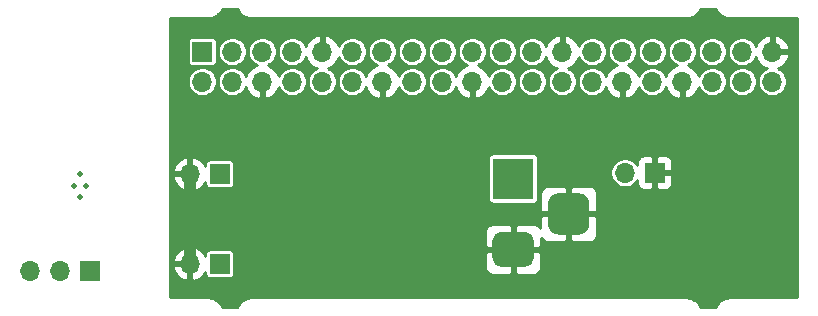
<source format=gbl>
G04 #@! TF.GenerationSoftware,KiCad,Pcbnew,(5.1.6-0-10_14)*
G04 #@! TF.CreationDate,2021-08-31T13:45:45+09:00*
G04 #@! TF.ProjectId,qPCR-panel_v_20210831,71504352-2d70-4616-9e65-6c5f765f3230,rev?*
G04 #@! TF.SameCoordinates,Original*
G04 #@! TF.FileFunction,Copper,L2,Bot*
G04 #@! TF.FilePolarity,Positive*
%FSLAX46Y46*%
G04 Gerber Fmt 4.6, Leading zero omitted, Abs format (unit mm)*
G04 Created by KiCad (PCBNEW (5.1.6-0-10_14)) date 2021-08-31 13:45:45*
%MOMM*%
%LPD*%
G01*
G04 APERTURE LIST*
G04 #@! TA.AperFunction,ComponentPad*
%ADD10O,1.700000X1.700000*%
G04 #@! TD*
G04 #@! TA.AperFunction,ComponentPad*
%ADD11R,1.700000X1.700000*%
G04 #@! TD*
G04 #@! TA.AperFunction,ComponentPad*
%ADD12R,3.500000X3.500000*%
G04 #@! TD*
G04 #@! TA.AperFunction,ComponentPad*
%ADD13C,0.499999*%
G04 #@! TD*
G04 #@! TA.AperFunction,ViaPad*
%ADD14C,0.800000*%
G04 #@! TD*
G04 #@! TA.AperFunction,Conductor*
%ADD15C,1.016000*%
G04 #@! TD*
G04 #@! TA.AperFunction,Conductor*
%ADD16C,0.254000*%
G04 #@! TD*
G04 APERTURE END LIST*
D10*
G04 #@! TO.P,J8,40*
G04 #@! TO.N,Net-(J8-Pad40)*
X174940000Y-67790000D03*
G04 #@! TO.P,J8,39*
G04 #@! TO.N,GND*
X174940000Y-65250000D03*
G04 #@! TO.P,J8,38*
G04 #@! TO.N,Net-(J8-Pad38)*
X172400000Y-67790000D03*
G04 #@! TO.P,J8,37*
G04 #@! TO.N,Net-(J8-Pad37)*
X172400000Y-65250000D03*
G04 #@! TO.P,J8,36*
G04 #@! TO.N,Net-(J8-Pad36)*
X169860000Y-67790000D03*
G04 #@! TO.P,J8,35*
G04 #@! TO.N,Net-(J8-Pad35)*
X169860000Y-65250000D03*
G04 #@! TO.P,J8,34*
G04 #@! TO.N,GND*
X167320000Y-67790000D03*
G04 #@! TO.P,J8,33*
G04 #@! TO.N,Net-(J8-Pad33)*
X167320000Y-65250000D03*
G04 #@! TO.P,J8,32*
G04 #@! TO.N,Net-(J8-Pad32)*
X164780000Y-67790000D03*
G04 #@! TO.P,J8,31*
G04 #@! TO.N,Net-(J8-Pad31)*
X164780000Y-65250000D03*
G04 #@! TO.P,J8,30*
G04 #@! TO.N,GND*
X162240000Y-67790000D03*
G04 #@! TO.P,J8,29*
G04 #@! TO.N,Net-(J8-Pad29)*
X162240000Y-65250000D03*
G04 #@! TO.P,J8,28*
G04 #@! TO.N,Net-(J8-Pad28)*
X159700000Y-67790000D03*
G04 #@! TO.P,J8,27*
G04 #@! TO.N,Net-(J8-Pad27)*
X159700000Y-65250000D03*
G04 #@! TO.P,J8,26*
G04 #@! TO.N,Net-(J8-Pad26)*
X157160000Y-67790000D03*
G04 #@! TO.P,J8,25*
G04 #@! TO.N,GND*
X157160000Y-65250000D03*
G04 #@! TO.P,J8,24*
G04 #@! TO.N,Net-(J8-Pad24)*
X154620000Y-67790000D03*
G04 #@! TO.P,J8,23*
G04 #@! TO.N,Net-(J8-Pad23)*
X154620000Y-65250000D03*
G04 #@! TO.P,J8,22*
G04 #@! TO.N,Net-(J8-Pad22)*
X152080000Y-67790000D03*
G04 #@! TO.P,J8,21*
G04 #@! TO.N,Net-(J8-Pad21)*
X152080000Y-65250000D03*
G04 #@! TO.P,J8,20*
G04 #@! TO.N,GND*
X149540000Y-67790000D03*
G04 #@! TO.P,J8,19*
G04 #@! TO.N,Net-(J8-Pad19)*
X149540000Y-65250000D03*
G04 #@! TO.P,J8,18*
G04 #@! TO.N,Net-(J8-Pad18)*
X147000000Y-67790000D03*
G04 #@! TO.P,J8,17*
G04 #@! TO.N,Net-(J8-Pad17)*
X147000000Y-65250000D03*
G04 #@! TO.P,J8,16*
G04 #@! TO.N,Net-(J8-Pad16)*
X144460000Y-67790000D03*
G04 #@! TO.P,J8,15*
G04 #@! TO.N,Net-(J8-Pad15)*
X144460000Y-65250000D03*
G04 #@! TO.P,J8,14*
G04 #@! TO.N,GND*
X141920000Y-67790000D03*
G04 #@! TO.P,J8,13*
G04 #@! TO.N,Net-(J8-Pad13)*
X141920000Y-65250000D03*
G04 #@! TO.P,J8,12*
G04 #@! TO.N,Net-(J8-Pad12)*
X139380000Y-67790000D03*
G04 #@! TO.P,J8,11*
G04 #@! TO.N,Net-(J8-Pad11)*
X139380000Y-65250000D03*
G04 #@! TO.P,J8,10*
G04 #@! TO.N,Net-(J8-Pad10)*
X136840000Y-67790000D03*
G04 #@! TO.P,J8,9*
G04 #@! TO.N,GND*
X136840000Y-65250000D03*
G04 #@! TO.P,J8,8*
G04 #@! TO.N,Net-(J8-Pad8)*
X134300000Y-67790000D03*
G04 #@! TO.P,J8,7*
G04 #@! TO.N,Net-(J8-Pad7)*
X134300000Y-65250000D03*
G04 #@! TO.P,J8,6*
G04 #@! TO.N,GND*
X131760000Y-67790000D03*
G04 #@! TO.P,J8,5*
G04 #@! TO.N,Net-(J8-Pad5)*
X131760000Y-65250000D03*
G04 #@! TO.P,J8,4*
G04 #@! TO.N,5V*
X129220000Y-67790000D03*
G04 #@! TO.P,J8,3*
G04 #@! TO.N,Net-(J8-Pad3)*
X129220000Y-65250000D03*
G04 #@! TO.P,J8,2*
G04 #@! TO.N,5V*
X126680000Y-67790000D03*
D11*
G04 #@! TO.P,J8,1*
G04 #@! TO.N,Net-(J8-Pad1)*
X126680000Y-65250000D03*
G04 #@! TD*
G04 #@! TO.P,J1,3*
G04 #@! TO.N,GND*
G04 #@! TA.AperFunction,ComponentPad*
G36*
G01*
X158575000Y-80750000D02*
X156825000Y-80750000D01*
G75*
G02*
X155950000Y-79875000I0J875000D01*
G01*
X155950000Y-78125000D01*
G75*
G02*
X156825000Y-77250000I875000J0D01*
G01*
X158575000Y-77250000D01*
G75*
G02*
X159450000Y-78125000I0J-875000D01*
G01*
X159450000Y-79875000D01*
G75*
G02*
X158575000Y-80750000I-875000J0D01*
G01*
G37*
G04 #@! TD.AperFunction*
G04 #@! TO.P,J1,2*
G04 #@! TA.AperFunction,ComponentPad*
G36*
G01*
X154000000Y-83500000D02*
X152000000Y-83500000D01*
G75*
G02*
X151250000Y-82750000I0J750000D01*
G01*
X151250000Y-81250000D01*
G75*
G02*
X152000000Y-80500000I750000J0D01*
G01*
X154000000Y-80500000D01*
G75*
G02*
X154750000Y-81250000I0J-750000D01*
G01*
X154750000Y-82750000D01*
G75*
G02*
X154000000Y-83500000I-750000J0D01*
G01*
G37*
G04 #@! TD.AperFunction*
D12*
G04 #@! TO.P,J1,1*
G04 #@! TO.N,12V*
X153000000Y-76000000D03*
G04 #@! TD*
D11*
G04 #@! TO.P,J2,1*
G04 #@! TO.N,GND*
X165000000Y-75500000D03*
D10*
G04 #@! TO.P,J2,2*
G04 #@! TO.N,12V*
X162460000Y-75500000D03*
G04 #@! TD*
D11*
G04 #@! TO.P,J4,1*
G04 #@! TO.N,5V*
X128170000Y-83220000D03*
D10*
G04 #@! TO.P,J4,2*
G04 #@! TO.N,GND*
X125630000Y-83220000D03*
G04 #@! TD*
D11*
G04 #@! TO.P,J5,1*
G04 #@! TO.N,5V*
X128170000Y-75600000D03*
D10*
G04 #@! TO.P,J5,2*
G04 #@! TO.N,GND*
X125630000Y-75600000D03*
G04 #@! TD*
G04 #@! TO.P,J1,3*
G04 #@! TO.N,-1V*
X112055000Y-83810000D03*
G04 #@! TO.P,J1,2*
G04 #@! TO.N,3V3*
X114595000Y-83810000D03*
D11*
G04 #@! TO.P,J1,1*
G04 #@! TO.N,GND*
X117135000Y-83810000D03*
G04 #@! TD*
D13*
G04 #@! TO.P,U1,V*
G04 #@! TO.N,GND*
X116814999Y-76590000D03*
X116315000Y-75589999D03*
X115815001Y-76590000D03*
X116315000Y-77590001D03*
G04 #@! TD*
D14*
G04 #@! TO.N,GND*
X135830000Y-75330000D03*
X156200000Y-82800000D03*
X160450000Y-82900000D03*
X161500000Y-79000000D03*
X163750000Y-81150000D03*
X167800000Y-72700000D03*
X169650000Y-76900000D03*
X165900000Y-78300000D03*
X168300000Y-80550000D03*
X167250000Y-83650000D03*
X164350000Y-84600000D03*
X171850000Y-83300000D03*
X171300000Y-79950000D03*
X174250000Y-80900000D03*
X174700000Y-84000000D03*
X173050000Y-77350000D03*
X171850000Y-73800000D03*
X175000000Y-74300000D03*
X170900000Y-70850000D03*
X164450000Y-72650000D03*
X166100000Y-70800000D03*
X162900000Y-70300000D03*
X160500000Y-72850000D03*
X157350000Y-70450000D03*
X159900000Y-70400000D03*
X157700000Y-73200000D03*
X154700000Y-72150000D03*
X152150000Y-70400000D03*
X151300000Y-72700000D03*
X146900000Y-75700000D03*
X146650000Y-72650000D03*
X148600000Y-73550000D03*
X149450000Y-70850000D03*
X146700000Y-70300000D03*
X133950000Y-74400000D03*
X134450000Y-76550000D03*
X133300000Y-78050000D03*
X131100000Y-85050000D03*
X136862500Y-83762500D03*
X136150000Y-85150000D03*
X139850000Y-84900000D03*
X140850000Y-82750000D03*
X142600000Y-84750000D03*
X143207500Y-82507500D03*
X145050000Y-83850000D03*
X147000000Y-84900000D03*
X146300000Y-82000000D03*
X148300000Y-83400000D03*
X150450000Y-84650000D03*
X153300000Y-79300000D03*
X155100000Y-84900000D03*
X158300000Y-84350000D03*
X173700000Y-71150000D03*
X134350000Y-79700000D03*
G04 #@! TD*
D15*
G04 #@! TO.N,GND*
X125630000Y-83220000D02*
X125630000Y-75600000D01*
G04 #@! TD*
D16*
G04 #@! TO.N,GND*
G36*
X129650783Y-61637460D02*
G01*
X129665938Y-61673513D01*
X129680556Y-61709693D01*
X129683381Y-61715007D01*
X129757642Y-61852349D01*
X129779496Y-61884749D01*
X129800875Y-61917420D01*
X129804676Y-61922081D01*
X129804679Y-61922085D01*
X129804683Y-61922089D01*
X129904201Y-62042386D01*
X129931936Y-62069929D01*
X129959252Y-62097822D01*
X129963877Y-62101648D01*
X129963887Y-62101658D01*
X129963898Y-62101665D01*
X130084883Y-62200338D01*
X130117413Y-62221951D01*
X130149651Y-62244025D01*
X130154941Y-62246886D01*
X130154949Y-62246890D01*
X130292802Y-62320187D01*
X130328912Y-62335071D01*
X130364823Y-62350462D01*
X130370568Y-62352241D01*
X130370574Y-62352243D01*
X130520041Y-62397369D01*
X130558351Y-62404954D01*
X130596569Y-62413078D01*
X130602554Y-62413707D01*
X130757941Y-62428943D01*
X130757948Y-62428943D01*
X130778832Y-62431000D01*
X167721168Y-62431000D01*
X167742844Y-62428865D01*
X167753228Y-62428865D01*
X167759213Y-62428236D01*
X167914372Y-62410832D01*
X167952576Y-62402711D01*
X167990901Y-62395123D01*
X167996648Y-62393344D01*
X167996654Y-62393342D01*
X168145475Y-62346133D01*
X168181379Y-62330745D01*
X168217495Y-62315859D01*
X168222789Y-62312997D01*
X168359609Y-62237780D01*
X168391854Y-62215702D01*
X168424379Y-62194092D01*
X168429016Y-62190256D01*
X168548620Y-62089896D01*
X168575954Y-62061983D01*
X168603669Y-62034461D01*
X168607473Y-62029797D01*
X168705306Y-61908117D01*
X168726702Y-61875421D01*
X168748539Y-61843045D01*
X168751365Y-61837732D01*
X168823701Y-61699366D01*
X168838337Y-61663141D01*
X168853472Y-61627136D01*
X168853513Y-61627000D01*
X170147545Y-61627000D01*
X170150783Y-61637460D01*
X170165938Y-61673513D01*
X170180556Y-61709693D01*
X170183381Y-61715007D01*
X170257642Y-61852349D01*
X170279496Y-61884749D01*
X170300875Y-61917420D01*
X170304676Y-61922081D01*
X170304679Y-61922085D01*
X170304683Y-61922089D01*
X170404201Y-62042386D01*
X170431936Y-62069929D01*
X170459252Y-62097822D01*
X170463877Y-62101648D01*
X170463887Y-62101658D01*
X170463898Y-62101665D01*
X170584883Y-62200338D01*
X170617413Y-62221951D01*
X170649651Y-62244025D01*
X170654941Y-62246886D01*
X170654949Y-62246890D01*
X170792802Y-62320187D01*
X170828912Y-62335071D01*
X170864823Y-62350462D01*
X170870568Y-62352241D01*
X170870574Y-62352243D01*
X171020041Y-62397369D01*
X171058351Y-62404954D01*
X171096569Y-62413078D01*
X171102554Y-62413707D01*
X171257941Y-62428943D01*
X171257948Y-62428943D01*
X171278832Y-62431000D01*
X177069000Y-62431000D01*
X177069001Y-86069000D01*
X171278832Y-86069000D01*
X171257156Y-86071135D01*
X171246772Y-86071135D01*
X171240786Y-86071764D01*
X171085628Y-86089168D01*
X171047437Y-86097286D01*
X171009098Y-86104877D01*
X171003349Y-86106657D01*
X170854525Y-86153867D01*
X170818609Y-86169260D01*
X170782505Y-86184141D01*
X170777215Y-86187001D01*
X170777210Y-86187003D01*
X170777206Y-86187006D01*
X170640391Y-86262220D01*
X170608146Y-86284298D01*
X170575621Y-86305908D01*
X170570984Y-86309744D01*
X170451380Y-86410104D01*
X170424062Y-86438000D01*
X170396330Y-86465540D01*
X170392527Y-86470203D01*
X170294694Y-86591883D01*
X170273326Y-86624537D01*
X170251460Y-86656955D01*
X170248635Y-86662269D01*
X170176299Y-86800634D01*
X170161648Y-86836895D01*
X170146529Y-86872863D01*
X170146488Y-86873000D01*
X168852454Y-86873000D01*
X168849216Y-86862539D01*
X168834065Y-86826494D01*
X168819444Y-86790307D01*
X168816625Y-86785003D01*
X168816621Y-86784995D01*
X168816616Y-86784988D01*
X168742358Y-86647651D01*
X168720514Y-86615266D01*
X168699125Y-86582580D01*
X168695322Y-86577917D01*
X168695321Y-86577915D01*
X168695316Y-86577910D01*
X168595799Y-86457614D01*
X168568083Y-86430090D01*
X168540748Y-86402177D01*
X168536111Y-86398341D01*
X168415117Y-86299662D01*
X168382605Y-86278061D01*
X168350350Y-86255975D01*
X168345059Y-86253114D01*
X168345051Y-86253110D01*
X168207199Y-86179813D01*
X168171075Y-86164924D01*
X168135177Y-86149538D01*
X168129432Y-86147759D01*
X168129426Y-86147757D01*
X167979959Y-86102631D01*
X167941649Y-86095046D01*
X167903431Y-86086922D01*
X167897446Y-86086293D01*
X167742059Y-86071057D01*
X167742052Y-86071057D01*
X167721168Y-86069000D01*
X130778832Y-86069000D01*
X130757156Y-86071135D01*
X130746772Y-86071135D01*
X130740786Y-86071764D01*
X130585628Y-86089168D01*
X130547437Y-86097286D01*
X130509098Y-86104877D01*
X130503349Y-86106657D01*
X130354525Y-86153867D01*
X130318609Y-86169260D01*
X130282505Y-86184141D01*
X130277215Y-86187001D01*
X130277210Y-86187003D01*
X130277206Y-86187006D01*
X130140391Y-86262220D01*
X130108146Y-86284298D01*
X130075621Y-86305908D01*
X130070984Y-86309744D01*
X129951380Y-86410104D01*
X129924062Y-86438000D01*
X129896330Y-86465540D01*
X129892527Y-86470203D01*
X129794694Y-86591883D01*
X129773326Y-86624537D01*
X129751460Y-86656955D01*
X129748635Y-86662269D01*
X129676299Y-86800634D01*
X129661648Y-86836895D01*
X129646529Y-86872863D01*
X129646488Y-86873000D01*
X128352454Y-86873000D01*
X128349216Y-86862539D01*
X128334065Y-86826494D01*
X128319444Y-86790307D01*
X128316625Y-86785003D01*
X128316621Y-86784995D01*
X128316616Y-86784988D01*
X128242358Y-86647651D01*
X128220514Y-86615266D01*
X128199125Y-86582580D01*
X128195322Y-86577917D01*
X128195321Y-86577915D01*
X128195316Y-86577910D01*
X128095799Y-86457614D01*
X128068083Y-86430090D01*
X128040748Y-86402177D01*
X128036111Y-86398341D01*
X127915117Y-86299662D01*
X127882605Y-86278061D01*
X127850350Y-86255975D01*
X127845059Y-86253114D01*
X127845051Y-86253110D01*
X127707199Y-86179813D01*
X127671075Y-86164924D01*
X127635177Y-86149538D01*
X127629432Y-86147759D01*
X127629426Y-86147757D01*
X127479959Y-86102631D01*
X127441649Y-86095046D01*
X127403431Y-86086922D01*
X127397446Y-86086293D01*
X127242059Y-86071057D01*
X127242052Y-86071057D01*
X127221168Y-86069000D01*
X123931000Y-86069000D01*
X123931000Y-83576891D01*
X124188519Y-83576891D01*
X124285843Y-83851252D01*
X124434822Y-84101355D01*
X124629731Y-84317588D01*
X124863080Y-84491641D01*
X125125901Y-84616825D01*
X125273110Y-84661476D01*
X125503000Y-84540155D01*
X125503000Y-83347000D01*
X124309186Y-83347000D01*
X124188519Y-83576891D01*
X123931000Y-83576891D01*
X123931000Y-82863109D01*
X124188519Y-82863109D01*
X124309186Y-83093000D01*
X125503000Y-83093000D01*
X125503000Y-81899845D01*
X125757000Y-81899845D01*
X125757000Y-83093000D01*
X125777000Y-83093000D01*
X125777000Y-83347000D01*
X125757000Y-83347000D01*
X125757000Y-84540155D01*
X125986890Y-84661476D01*
X126134099Y-84616825D01*
X126396920Y-84491641D01*
X126630269Y-84317588D01*
X126825178Y-84101355D01*
X126937157Y-83913367D01*
X126937157Y-84070000D01*
X126944513Y-84144689D01*
X126966299Y-84216508D01*
X127001678Y-84282696D01*
X127049289Y-84340711D01*
X127107304Y-84388322D01*
X127173492Y-84423701D01*
X127245311Y-84445487D01*
X127320000Y-84452843D01*
X129020000Y-84452843D01*
X129094689Y-84445487D01*
X129166508Y-84423701D01*
X129232696Y-84388322D01*
X129290711Y-84340711D01*
X129338322Y-84282696D01*
X129373701Y-84216508D01*
X129395487Y-84144689D01*
X129402843Y-84070000D01*
X129402843Y-83500000D01*
X150611928Y-83500000D01*
X150624188Y-83624482D01*
X150660498Y-83744180D01*
X150719463Y-83854494D01*
X150798815Y-83951185D01*
X150895506Y-84030537D01*
X151005820Y-84089502D01*
X151125518Y-84125812D01*
X151250000Y-84138072D01*
X152714250Y-84135000D01*
X152873000Y-83976250D01*
X152873000Y-82127000D01*
X153127000Y-82127000D01*
X153127000Y-83976250D01*
X153285750Y-84135000D01*
X154750000Y-84138072D01*
X154874482Y-84125812D01*
X154994180Y-84089502D01*
X155104494Y-84030537D01*
X155201185Y-83951185D01*
X155280537Y-83854494D01*
X155339502Y-83744180D01*
X155375812Y-83624482D01*
X155388072Y-83500000D01*
X155385000Y-82285750D01*
X155226250Y-82127000D01*
X153127000Y-82127000D01*
X152873000Y-82127000D01*
X150773750Y-82127000D01*
X150615000Y-82285750D01*
X150611928Y-83500000D01*
X129402843Y-83500000D01*
X129402843Y-82370000D01*
X129395487Y-82295311D01*
X129373701Y-82223492D01*
X129338322Y-82157304D01*
X129290711Y-82099289D01*
X129232696Y-82051678D01*
X129166508Y-82016299D01*
X129094689Y-81994513D01*
X129020000Y-81987157D01*
X127320000Y-81987157D01*
X127245311Y-81994513D01*
X127173492Y-82016299D01*
X127107304Y-82051678D01*
X127049289Y-82099289D01*
X127001678Y-82157304D01*
X126966299Y-82223492D01*
X126944513Y-82295311D01*
X126937157Y-82370000D01*
X126937157Y-82526633D01*
X126825178Y-82338645D01*
X126630269Y-82122412D01*
X126396920Y-81948359D01*
X126134099Y-81823175D01*
X125986890Y-81778524D01*
X125757000Y-81899845D01*
X125503000Y-81899845D01*
X125273110Y-81778524D01*
X125125901Y-81823175D01*
X124863080Y-81948359D01*
X124629731Y-82122412D01*
X124434822Y-82338645D01*
X124285843Y-82588748D01*
X124188519Y-82863109D01*
X123931000Y-82863109D01*
X123931000Y-80500000D01*
X150611928Y-80500000D01*
X150615000Y-81714250D01*
X150773750Y-81873000D01*
X152873000Y-81873000D01*
X152873000Y-80023750D01*
X153127000Y-80023750D01*
X153127000Y-81873000D01*
X155226250Y-81873000D01*
X155385000Y-81714250D01*
X155386698Y-81043195D01*
X155419463Y-81104494D01*
X155498815Y-81201185D01*
X155595506Y-81280537D01*
X155705820Y-81339502D01*
X155825518Y-81375812D01*
X155950000Y-81388072D01*
X157414250Y-81385000D01*
X157573000Y-81226250D01*
X157573000Y-79127000D01*
X157827000Y-79127000D01*
X157827000Y-81226250D01*
X157985750Y-81385000D01*
X159450000Y-81388072D01*
X159574482Y-81375812D01*
X159694180Y-81339502D01*
X159804494Y-81280537D01*
X159901185Y-81201185D01*
X159980537Y-81104494D01*
X160039502Y-80994180D01*
X160075812Y-80874482D01*
X160088072Y-80750000D01*
X160085000Y-79285750D01*
X159926250Y-79127000D01*
X157827000Y-79127000D01*
X157573000Y-79127000D01*
X155473750Y-79127000D01*
X155315000Y-79285750D01*
X155313069Y-80206367D01*
X155280537Y-80145506D01*
X155201185Y-80048815D01*
X155104494Y-79969463D01*
X154994180Y-79910498D01*
X154874482Y-79874188D01*
X154750000Y-79861928D01*
X153285750Y-79865000D01*
X153127000Y-80023750D01*
X152873000Y-80023750D01*
X152714250Y-79865000D01*
X151250000Y-79861928D01*
X151125518Y-79874188D01*
X151005820Y-79910498D01*
X150895506Y-79969463D01*
X150798815Y-80048815D01*
X150719463Y-80145506D01*
X150660498Y-80255820D01*
X150624188Y-80375518D01*
X150611928Y-80500000D01*
X123931000Y-80500000D01*
X123931000Y-75956891D01*
X124188519Y-75956891D01*
X124285843Y-76231252D01*
X124434822Y-76481355D01*
X124629731Y-76697588D01*
X124863080Y-76871641D01*
X125125901Y-76996825D01*
X125273110Y-77041476D01*
X125503000Y-76920155D01*
X125503000Y-75727000D01*
X124309186Y-75727000D01*
X124188519Y-75956891D01*
X123931000Y-75956891D01*
X123931000Y-75243109D01*
X124188519Y-75243109D01*
X124309186Y-75473000D01*
X125503000Y-75473000D01*
X125503000Y-74279845D01*
X125757000Y-74279845D01*
X125757000Y-75473000D01*
X125777000Y-75473000D01*
X125777000Y-75727000D01*
X125757000Y-75727000D01*
X125757000Y-76920155D01*
X125986890Y-77041476D01*
X126134099Y-76996825D01*
X126396920Y-76871641D01*
X126630269Y-76697588D01*
X126825178Y-76481355D01*
X126937157Y-76293367D01*
X126937157Y-76450000D01*
X126944513Y-76524689D01*
X126966299Y-76596508D01*
X127001678Y-76662696D01*
X127049289Y-76720711D01*
X127107304Y-76768322D01*
X127173492Y-76803701D01*
X127245311Y-76825487D01*
X127320000Y-76832843D01*
X129020000Y-76832843D01*
X129094689Y-76825487D01*
X129166508Y-76803701D01*
X129232696Y-76768322D01*
X129290711Y-76720711D01*
X129338322Y-76662696D01*
X129373701Y-76596508D01*
X129395487Y-76524689D01*
X129402843Y-76450000D01*
X129402843Y-74750000D01*
X129395487Y-74675311D01*
X129373701Y-74603492D01*
X129338322Y-74537304D01*
X129290711Y-74479289D01*
X129232696Y-74431678D01*
X129166508Y-74396299D01*
X129094689Y-74374513D01*
X129020000Y-74367157D01*
X127320000Y-74367157D01*
X127245311Y-74374513D01*
X127173492Y-74396299D01*
X127107304Y-74431678D01*
X127049289Y-74479289D01*
X127001678Y-74537304D01*
X126966299Y-74603492D01*
X126944513Y-74675311D01*
X126937157Y-74750000D01*
X126937157Y-74906633D01*
X126825178Y-74718645D01*
X126630269Y-74502412D01*
X126396920Y-74328359D01*
X126232408Y-74250000D01*
X150867157Y-74250000D01*
X150867157Y-77750000D01*
X150874513Y-77824689D01*
X150896299Y-77896508D01*
X150931678Y-77962696D01*
X150979289Y-78020711D01*
X151037304Y-78068322D01*
X151103492Y-78103701D01*
X151175311Y-78125487D01*
X151250000Y-78132843D01*
X154750000Y-78132843D01*
X154824689Y-78125487D01*
X154896508Y-78103701D01*
X154962696Y-78068322D01*
X155020711Y-78020711D01*
X155068322Y-77962696D01*
X155103701Y-77896508D01*
X155125487Y-77824689D01*
X155132843Y-77750000D01*
X155132843Y-77250000D01*
X155311928Y-77250000D01*
X155315000Y-78714250D01*
X155473750Y-78873000D01*
X157573000Y-78873000D01*
X157573000Y-76773750D01*
X157827000Y-76773750D01*
X157827000Y-78873000D01*
X159926250Y-78873000D01*
X160085000Y-78714250D01*
X160088072Y-77250000D01*
X160075812Y-77125518D01*
X160039502Y-77005820D01*
X159980537Y-76895506D01*
X159901185Y-76798815D01*
X159804494Y-76719463D01*
X159694180Y-76660498D01*
X159574482Y-76624188D01*
X159450000Y-76611928D01*
X157985750Y-76615000D01*
X157827000Y-76773750D01*
X157573000Y-76773750D01*
X157414250Y-76615000D01*
X155950000Y-76611928D01*
X155825518Y-76624188D01*
X155705820Y-76660498D01*
X155595506Y-76719463D01*
X155498815Y-76798815D01*
X155419463Y-76895506D01*
X155360498Y-77005820D01*
X155324188Y-77125518D01*
X155311928Y-77250000D01*
X155132843Y-77250000D01*
X155132843Y-75378757D01*
X161229000Y-75378757D01*
X161229000Y-75621243D01*
X161276307Y-75859069D01*
X161369102Y-76083097D01*
X161503820Y-76284717D01*
X161675283Y-76456180D01*
X161876903Y-76590898D01*
X162100931Y-76683693D01*
X162338757Y-76731000D01*
X162581243Y-76731000D01*
X162819069Y-76683693D01*
X163043097Y-76590898D01*
X163244717Y-76456180D01*
X163416180Y-76284717D01*
X163513073Y-76139706D01*
X163511928Y-76350000D01*
X163524188Y-76474482D01*
X163560498Y-76594180D01*
X163619463Y-76704494D01*
X163698815Y-76801185D01*
X163795506Y-76880537D01*
X163905820Y-76939502D01*
X164025518Y-76975812D01*
X164150000Y-76988072D01*
X164714250Y-76985000D01*
X164873000Y-76826250D01*
X164873000Y-75627000D01*
X165127000Y-75627000D01*
X165127000Y-76826250D01*
X165285750Y-76985000D01*
X165850000Y-76988072D01*
X165974482Y-76975812D01*
X166094180Y-76939502D01*
X166204494Y-76880537D01*
X166301185Y-76801185D01*
X166380537Y-76704494D01*
X166439502Y-76594180D01*
X166475812Y-76474482D01*
X166488072Y-76350000D01*
X166485000Y-75785750D01*
X166326250Y-75627000D01*
X165127000Y-75627000D01*
X164873000Y-75627000D01*
X164853000Y-75627000D01*
X164853000Y-75373000D01*
X164873000Y-75373000D01*
X164873000Y-74173750D01*
X165127000Y-74173750D01*
X165127000Y-75373000D01*
X166326250Y-75373000D01*
X166485000Y-75214250D01*
X166488072Y-74650000D01*
X166475812Y-74525518D01*
X166439502Y-74405820D01*
X166380537Y-74295506D01*
X166301185Y-74198815D01*
X166204494Y-74119463D01*
X166094180Y-74060498D01*
X165974482Y-74024188D01*
X165850000Y-74011928D01*
X165285750Y-74015000D01*
X165127000Y-74173750D01*
X164873000Y-74173750D01*
X164714250Y-74015000D01*
X164150000Y-74011928D01*
X164025518Y-74024188D01*
X163905820Y-74060498D01*
X163795506Y-74119463D01*
X163698815Y-74198815D01*
X163619463Y-74295506D01*
X163560498Y-74405820D01*
X163524188Y-74525518D01*
X163511928Y-74650000D01*
X163513073Y-74860294D01*
X163416180Y-74715283D01*
X163244717Y-74543820D01*
X163043097Y-74409102D01*
X162819069Y-74316307D01*
X162581243Y-74269000D01*
X162338757Y-74269000D01*
X162100931Y-74316307D01*
X161876903Y-74409102D01*
X161675283Y-74543820D01*
X161503820Y-74715283D01*
X161369102Y-74916903D01*
X161276307Y-75140931D01*
X161229000Y-75378757D01*
X155132843Y-75378757D01*
X155132843Y-74250000D01*
X155125487Y-74175311D01*
X155103701Y-74103492D01*
X155068322Y-74037304D01*
X155020711Y-73979289D01*
X154962696Y-73931678D01*
X154896508Y-73896299D01*
X154824689Y-73874513D01*
X154750000Y-73867157D01*
X151250000Y-73867157D01*
X151175311Y-73874513D01*
X151103492Y-73896299D01*
X151037304Y-73931678D01*
X150979289Y-73979289D01*
X150931678Y-74037304D01*
X150896299Y-74103492D01*
X150874513Y-74175311D01*
X150867157Y-74250000D01*
X126232408Y-74250000D01*
X126134099Y-74203175D01*
X125986890Y-74158524D01*
X125757000Y-74279845D01*
X125503000Y-74279845D01*
X125273110Y-74158524D01*
X125125901Y-74203175D01*
X124863080Y-74328359D01*
X124629731Y-74502412D01*
X124434822Y-74718645D01*
X124285843Y-74968748D01*
X124188519Y-75243109D01*
X123931000Y-75243109D01*
X123931000Y-67668757D01*
X125449000Y-67668757D01*
X125449000Y-67911243D01*
X125496307Y-68149069D01*
X125589102Y-68373097D01*
X125723820Y-68574717D01*
X125895283Y-68746180D01*
X126096903Y-68880898D01*
X126320931Y-68973693D01*
X126558757Y-69021000D01*
X126801243Y-69021000D01*
X127039069Y-68973693D01*
X127263097Y-68880898D01*
X127464717Y-68746180D01*
X127636180Y-68574717D01*
X127770898Y-68373097D01*
X127863693Y-68149069D01*
X127911000Y-67911243D01*
X127911000Y-67668757D01*
X127989000Y-67668757D01*
X127989000Y-67911243D01*
X128036307Y-68149069D01*
X128129102Y-68373097D01*
X128263820Y-68574717D01*
X128435283Y-68746180D01*
X128636903Y-68880898D01*
X128860931Y-68973693D01*
X129098757Y-69021000D01*
X129341243Y-69021000D01*
X129579069Y-68973693D01*
X129803097Y-68880898D01*
X130004717Y-68746180D01*
X130176180Y-68574717D01*
X130310898Y-68373097D01*
X130358228Y-68258832D01*
X130415843Y-68421252D01*
X130564822Y-68671355D01*
X130759731Y-68887588D01*
X130993080Y-69061641D01*
X131255901Y-69186825D01*
X131403110Y-69231476D01*
X131633000Y-69110155D01*
X131633000Y-67917000D01*
X131613000Y-67917000D01*
X131613000Y-67663000D01*
X131633000Y-67663000D01*
X131633000Y-67643000D01*
X131887000Y-67643000D01*
X131887000Y-67663000D01*
X131907000Y-67663000D01*
X131907000Y-67917000D01*
X131887000Y-67917000D01*
X131887000Y-69110155D01*
X132116890Y-69231476D01*
X132264099Y-69186825D01*
X132526920Y-69061641D01*
X132760269Y-68887588D01*
X132955178Y-68671355D01*
X133104157Y-68421252D01*
X133161772Y-68258832D01*
X133209102Y-68373097D01*
X133343820Y-68574717D01*
X133515283Y-68746180D01*
X133716903Y-68880898D01*
X133940931Y-68973693D01*
X134178757Y-69021000D01*
X134421243Y-69021000D01*
X134659069Y-68973693D01*
X134883097Y-68880898D01*
X135084717Y-68746180D01*
X135256180Y-68574717D01*
X135390898Y-68373097D01*
X135483693Y-68149069D01*
X135531000Y-67911243D01*
X135531000Y-67668757D01*
X135483693Y-67430931D01*
X135390898Y-67206903D01*
X135256180Y-67005283D01*
X135084717Y-66833820D01*
X134883097Y-66699102D01*
X134659069Y-66606307D01*
X134421243Y-66559000D01*
X134178757Y-66559000D01*
X133940931Y-66606307D01*
X133716903Y-66699102D01*
X133515283Y-66833820D01*
X133343820Y-67005283D01*
X133209102Y-67206903D01*
X133161772Y-67321168D01*
X133104157Y-67158748D01*
X132955178Y-66908645D01*
X132760269Y-66692412D01*
X132526920Y-66518359D01*
X132264099Y-66393175D01*
X132236846Y-66384909D01*
X132343097Y-66340898D01*
X132544717Y-66206180D01*
X132716180Y-66034717D01*
X132850898Y-65833097D01*
X132943693Y-65609069D01*
X132991000Y-65371243D01*
X132991000Y-65128757D01*
X133069000Y-65128757D01*
X133069000Y-65371243D01*
X133116307Y-65609069D01*
X133209102Y-65833097D01*
X133343820Y-66034717D01*
X133515283Y-66206180D01*
X133716903Y-66340898D01*
X133940931Y-66433693D01*
X134178757Y-66481000D01*
X134421243Y-66481000D01*
X134659069Y-66433693D01*
X134883097Y-66340898D01*
X135084717Y-66206180D01*
X135256180Y-66034717D01*
X135390898Y-65833097D01*
X135438228Y-65718832D01*
X135495843Y-65881252D01*
X135644822Y-66131355D01*
X135839731Y-66347588D01*
X136073080Y-66521641D01*
X136335901Y-66646825D01*
X136363154Y-66655091D01*
X136256903Y-66699102D01*
X136055283Y-66833820D01*
X135883820Y-67005283D01*
X135749102Y-67206903D01*
X135656307Y-67430931D01*
X135609000Y-67668757D01*
X135609000Y-67911243D01*
X135656307Y-68149069D01*
X135749102Y-68373097D01*
X135883820Y-68574717D01*
X136055283Y-68746180D01*
X136256903Y-68880898D01*
X136480931Y-68973693D01*
X136718757Y-69021000D01*
X136961243Y-69021000D01*
X137199069Y-68973693D01*
X137423097Y-68880898D01*
X137624717Y-68746180D01*
X137796180Y-68574717D01*
X137930898Y-68373097D01*
X138023693Y-68149069D01*
X138071000Y-67911243D01*
X138071000Y-67668757D01*
X138149000Y-67668757D01*
X138149000Y-67911243D01*
X138196307Y-68149069D01*
X138289102Y-68373097D01*
X138423820Y-68574717D01*
X138595283Y-68746180D01*
X138796903Y-68880898D01*
X139020931Y-68973693D01*
X139258757Y-69021000D01*
X139501243Y-69021000D01*
X139739069Y-68973693D01*
X139963097Y-68880898D01*
X140164717Y-68746180D01*
X140336180Y-68574717D01*
X140470898Y-68373097D01*
X140518228Y-68258832D01*
X140575843Y-68421252D01*
X140724822Y-68671355D01*
X140919731Y-68887588D01*
X141153080Y-69061641D01*
X141415901Y-69186825D01*
X141563110Y-69231476D01*
X141793000Y-69110155D01*
X141793000Y-67917000D01*
X141773000Y-67917000D01*
X141773000Y-67663000D01*
X141793000Y-67663000D01*
X141793000Y-67643000D01*
X142047000Y-67643000D01*
X142047000Y-67663000D01*
X142067000Y-67663000D01*
X142067000Y-67917000D01*
X142047000Y-67917000D01*
X142047000Y-69110155D01*
X142276890Y-69231476D01*
X142424099Y-69186825D01*
X142686920Y-69061641D01*
X142920269Y-68887588D01*
X143115178Y-68671355D01*
X143264157Y-68421252D01*
X143321772Y-68258832D01*
X143369102Y-68373097D01*
X143503820Y-68574717D01*
X143675283Y-68746180D01*
X143876903Y-68880898D01*
X144100931Y-68973693D01*
X144338757Y-69021000D01*
X144581243Y-69021000D01*
X144819069Y-68973693D01*
X145043097Y-68880898D01*
X145244717Y-68746180D01*
X145416180Y-68574717D01*
X145550898Y-68373097D01*
X145643693Y-68149069D01*
X145691000Y-67911243D01*
X145691000Y-67668757D01*
X145769000Y-67668757D01*
X145769000Y-67911243D01*
X145816307Y-68149069D01*
X145909102Y-68373097D01*
X146043820Y-68574717D01*
X146215283Y-68746180D01*
X146416903Y-68880898D01*
X146640931Y-68973693D01*
X146878757Y-69021000D01*
X147121243Y-69021000D01*
X147359069Y-68973693D01*
X147583097Y-68880898D01*
X147784717Y-68746180D01*
X147956180Y-68574717D01*
X148090898Y-68373097D01*
X148138228Y-68258832D01*
X148195843Y-68421252D01*
X148344822Y-68671355D01*
X148539731Y-68887588D01*
X148773080Y-69061641D01*
X149035901Y-69186825D01*
X149183110Y-69231476D01*
X149413000Y-69110155D01*
X149413000Y-67917000D01*
X149393000Y-67917000D01*
X149393000Y-67663000D01*
X149413000Y-67663000D01*
X149413000Y-67643000D01*
X149667000Y-67643000D01*
X149667000Y-67663000D01*
X149687000Y-67663000D01*
X149687000Y-67917000D01*
X149667000Y-67917000D01*
X149667000Y-69110155D01*
X149896890Y-69231476D01*
X150044099Y-69186825D01*
X150306920Y-69061641D01*
X150540269Y-68887588D01*
X150735178Y-68671355D01*
X150884157Y-68421252D01*
X150941772Y-68258832D01*
X150989102Y-68373097D01*
X151123820Y-68574717D01*
X151295283Y-68746180D01*
X151496903Y-68880898D01*
X151720931Y-68973693D01*
X151958757Y-69021000D01*
X152201243Y-69021000D01*
X152439069Y-68973693D01*
X152663097Y-68880898D01*
X152864717Y-68746180D01*
X153036180Y-68574717D01*
X153170898Y-68373097D01*
X153263693Y-68149069D01*
X153311000Y-67911243D01*
X153311000Y-67668757D01*
X153389000Y-67668757D01*
X153389000Y-67911243D01*
X153436307Y-68149069D01*
X153529102Y-68373097D01*
X153663820Y-68574717D01*
X153835283Y-68746180D01*
X154036903Y-68880898D01*
X154260931Y-68973693D01*
X154498757Y-69021000D01*
X154741243Y-69021000D01*
X154979069Y-68973693D01*
X155203097Y-68880898D01*
X155404717Y-68746180D01*
X155576180Y-68574717D01*
X155710898Y-68373097D01*
X155803693Y-68149069D01*
X155851000Y-67911243D01*
X155851000Y-67668757D01*
X155803693Y-67430931D01*
X155710898Y-67206903D01*
X155576180Y-67005283D01*
X155404717Y-66833820D01*
X155203097Y-66699102D01*
X154979069Y-66606307D01*
X154741243Y-66559000D01*
X154498757Y-66559000D01*
X154260931Y-66606307D01*
X154036903Y-66699102D01*
X153835283Y-66833820D01*
X153663820Y-67005283D01*
X153529102Y-67206903D01*
X153436307Y-67430931D01*
X153389000Y-67668757D01*
X153311000Y-67668757D01*
X153263693Y-67430931D01*
X153170898Y-67206903D01*
X153036180Y-67005283D01*
X152864717Y-66833820D01*
X152663097Y-66699102D01*
X152439069Y-66606307D01*
X152201243Y-66559000D01*
X151958757Y-66559000D01*
X151720931Y-66606307D01*
X151496903Y-66699102D01*
X151295283Y-66833820D01*
X151123820Y-67005283D01*
X150989102Y-67206903D01*
X150941772Y-67321168D01*
X150884157Y-67158748D01*
X150735178Y-66908645D01*
X150540269Y-66692412D01*
X150306920Y-66518359D01*
X150044099Y-66393175D01*
X150016846Y-66384909D01*
X150123097Y-66340898D01*
X150324717Y-66206180D01*
X150496180Y-66034717D01*
X150630898Y-65833097D01*
X150723693Y-65609069D01*
X150771000Y-65371243D01*
X150771000Y-65128757D01*
X150849000Y-65128757D01*
X150849000Y-65371243D01*
X150896307Y-65609069D01*
X150989102Y-65833097D01*
X151123820Y-66034717D01*
X151295283Y-66206180D01*
X151496903Y-66340898D01*
X151720931Y-66433693D01*
X151958757Y-66481000D01*
X152201243Y-66481000D01*
X152439069Y-66433693D01*
X152663097Y-66340898D01*
X152864717Y-66206180D01*
X153036180Y-66034717D01*
X153170898Y-65833097D01*
X153263693Y-65609069D01*
X153311000Y-65371243D01*
X153311000Y-65128757D01*
X153389000Y-65128757D01*
X153389000Y-65371243D01*
X153436307Y-65609069D01*
X153529102Y-65833097D01*
X153663820Y-66034717D01*
X153835283Y-66206180D01*
X154036903Y-66340898D01*
X154260931Y-66433693D01*
X154498757Y-66481000D01*
X154741243Y-66481000D01*
X154979069Y-66433693D01*
X155203097Y-66340898D01*
X155404717Y-66206180D01*
X155576180Y-66034717D01*
X155710898Y-65833097D01*
X155758228Y-65718832D01*
X155815843Y-65881252D01*
X155964822Y-66131355D01*
X156159731Y-66347588D01*
X156393080Y-66521641D01*
X156655901Y-66646825D01*
X156683154Y-66655091D01*
X156576903Y-66699102D01*
X156375283Y-66833820D01*
X156203820Y-67005283D01*
X156069102Y-67206903D01*
X155976307Y-67430931D01*
X155929000Y-67668757D01*
X155929000Y-67911243D01*
X155976307Y-68149069D01*
X156069102Y-68373097D01*
X156203820Y-68574717D01*
X156375283Y-68746180D01*
X156576903Y-68880898D01*
X156800931Y-68973693D01*
X157038757Y-69021000D01*
X157281243Y-69021000D01*
X157519069Y-68973693D01*
X157743097Y-68880898D01*
X157944717Y-68746180D01*
X158116180Y-68574717D01*
X158250898Y-68373097D01*
X158343693Y-68149069D01*
X158391000Y-67911243D01*
X158391000Y-67668757D01*
X158469000Y-67668757D01*
X158469000Y-67911243D01*
X158516307Y-68149069D01*
X158609102Y-68373097D01*
X158743820Y-68574717D01*
X158915283Y-68746180D01*
X159116903Y-68880898D01*
X159340931Y-68973693D01*
X159578757Y-69021000D01*
X159821243Y-69021000D01*
X160059069Y-68973693D01*
X160283097Y-68880898D01*
X160484717Y-68746180D01*
X160656180Y-68574717D01*
X160790898Y-68373097D01*
X160838228Y-68258832D01*
X160895843Y-68421252D01*
X161044822Y-68671355D01*
X161239731Y-68887588D01*
X161473080Y-69061641D01*
X161735901Y-69186825D01*
X161883110Y-69231476D01*
X162113000Y-69110155D01*
X162113000Y-67917000D01*
X162093000Y-67917000D01*
X162093000Y-67663000D01*
X162113000Y-67663000D01*
X162113000Y-67643000D01*
X162367000Y-67643000D01*
X162367000Y-67663000D01*
X162387000Y-67663000D01*
X162387000Y-67917000D01*
X162367000Y-67917000D01*
X162367000Y-69110155D01*
X162596890Y-69231476D01*
X162744099Y-69186825D01*
X163006920Y-69061641D01*
X163240269Y-68887588D01*
X163435178Y-68671355D01*
X163584157Y-68421252D01*
X163641772Y-68258832D01*
X163689102Y-68373097D01*
X163823820Y-68574717D01*
X163995283Y-68746180D01*
X164196903Y-68880898D01*
X164420931Y-68973693D01*
X164658757Y-69021000D01*
X164901243Y-69021000D01*
X165139069Y-68973693D01*
X165363097Y-68880898D01*
X165564717Y-68746180D01*
X165736180Y-68574717D01*
X165870898Y-68373097D01*
X165918228Y-68258832D01*
X165975843Y-68421252D01*
X166124822Y-68671355D01*
X166319731Y-68887588D01*
X166553080Y-69061641D01*
X166815901Y-69186825D01*
X166963110Y-69231476D01*
X167193000Y-69110155D01*
X167193000Y-67917000D01*
X167173000Y-67917000D01*
X167173000Y-67663000D01*
X167193000Y-67663000D01*
X167193000Y-67643000D01*
X167447000Y-67643000D01*
X167447000Y-67663000D01*
X167467000Y-67663000D01*
X167467000Y-67917000D01*
X167447000Y-67917000D01*
X167447000Y-69110155D01*
X167676890Y-69231476D01*
X167824099Y-69186825D01*
X168086920Y-69061641D01*
X168320269Y-68887588D01*
X168515178Y-68671355D01*
X168664157Y-68421252D01*
X168721772Y-68258832D01*
X168769102Y-68373097D01*
X168903820Y-68574717D01*
X169075283Y-68746180D01*
X169276903Y-68880898D01*
X169500931Y-68973693D01*
X169738757Y-69021000D01*
X169981243Y-69021000D01*
X170219069Y-68973693D01*
X170443097Y-68880898D01*
X170644717Y-68746180D01*
X170816180Y-68574717D01*
X170950898Y-68373097D01*
X171043693Y-68149069D01*
X171091000Y-67911243D01*
X171091000Y-67668757D01*
X171169000Y-67668757D01*
X171169000Y-67911243D01*
X171216307Y-68149069D01*
X171309102Y-68373097D01*
X171443820Y-68574717D01*
X171615283Y-68746180D01*
X171816903Y-68880898D01*
X172040931Y-68973693D01*
X172278757Y-69021000D01*
X172521243Y-69021000D01*
X172759069Y-68973693D01*
X172983097Y-68880898D01*
X173184717Y-68746180D01*
X173356180Y-68574717D01*
X173490898Y-68373097D01*
X173583693Y-68149069D01*
X173631000Y-67911243D01*
X173631000Y-67668757D01*
X173583693Y-67430931D01*
X173490898Y-67206903D01*
X173356180Y-67005283D01*
X173184717Y-66833820D01*
X172983097Y-66699102D01*
X172759069Y-66606307D01*
X172521243Y-66559000D01*
X172278757Y-66559000D01*
X172040931Y-66606307D01*
X171816903Y-66699102D01*
X171615283Y-66833820D01*
X171443820Y-67005283D01*
X171309102Y-67206903D01*
X171216307Y-67430931D01*
X171169000Y-67668757D01*
X171091000Y-67668757D01*
X171043693Y-67430931D01*
X170950898Y-67206903D01*
X170816180Y-67005283D01*
X170644717Y-66833820D01*
X170443097Y-66699102D01*
X170219069Y-66606307D01*
X169981243Y-66559000D01*
X169738757Y-66559000D01*
X169500931Y-66606307D01*
X169276903Y-66699102D01*
X169075283Y-66833820D01*
X168903820Y-67005283D01*
X168769102Y-67206903D01*
X168721772Y-67321168D01*
X168664157Y-67158748D01*
X168515178Y-66908645D01*
X168320269Y-66692412D01*
X168086920Y-66518359D01*
X167824099Y-66393175D01*
X167796846Y-66384909D01*
X167903097Y-66340898D01*
X168104717Y-66206180D01*
X168276180Y-66034717D01*
X168410898Y-65833097D01*
X168503693Y-65609069D01*
X168551000Y-65371243D01*
X168551000Y-65128757D01*
X168629000Y-65128757D01*
X168629000Y-65371243D01*
X168676307Y-65609069D01*
X168769102Y-65833097D01*
X168903820Y-66034717D01*
X169075283Y-66206180D01*
X169276903Y-66340898D01*
X169500931Y-66433693D01*
X169738757Y-66481000D01*
X169981243Y-66481000D01*
X170219069Y-66433693D01*
X170443097Y-66340898D01*
X170644717Y-66206180D01*
X170816180Y-66034717D01*
X170950898Y-65833097D01*
X171043693Y-65609069D01*
X171091000Y-65371243D01*
X171091000Y-65128757D01*
X171169000Y-65128757D01*
X171169000Y-65371243D01*
X171216307Y-65609069D01*
X171309102Y-65833097D01*
X171443820Y-66034717D01*
X171615283Y-66206180D01*
X171816903Y-66340898D01*
X172040931Y-66433693D01*
X172278757Y-66481000D01*
X172521243Y-66481000D01*
X172759069Y-66433693D01*
X172983097Y-66340898D01*
X173184717Y-66206180D01*
X173356180Y-66034717D01*
X173490898Y-65833097D01*
X173538228Y-65718832D01*
X173595843Y-65881252D01*
X173744822Y-66131355D01*
X173939731Y-66347588D01*
X174173080Y-66521641D01*
X174435901Y-66646825D01*
X174463154Y-66655091D01*
X174356903Y-66699102D01*
X174155283Y-66833820D01*
X173983820Y-67005283D01*
X173849102Y-67206903D01*
X173756307Y-67430931D01*
X173709000Y-67668757D01*
X173709000Y-67911243D01*
X173756307Y-68149069D01*
X173849102Y-68373097D01*
X173983820Y-68574717D01*
X174155283Y-68746180D01*
X174356903Y-68880898D01*
X174580931Y-68973693D01*
X174818757Y-69021000D01*
X175061243Y-69021000D01*
X175299069Y-68973693D01*
X175523097Y-68880898D01*
X175724717Y-68746180D01*
X175896180Y-68574717D01*
X176030898Y-68373097D01*
X176123693Y-68149069D01*
X176171000Y-67911243D01*
X176171000Y-67668757D01*
X176123693Y-67430931D01*
X176030898Y-67206903D01*
X175896180Y-67005283D01*
X175724717Y-66833820D01*
X175523097Y-66699102D01*
X175416846Y-66655091D01*
X175444099Y-66646825D01*
X175706920Y-66521641D01*
X175940269Y-66347588D01*
X176135178Y-66131355D01*
X176284157Y-65881252D01*
X176381481Y-65606891D01*
X176260814Y-65377000D01*
X175067000Y-65377000D01*
X175067000Y-65397000D01*
X174813000Y-65397000D01*
X174813000Y-65377000D01*
X174793000Y-65377000D01*
X174793000Y-65123000D01*
X174813000Y-65123000D01*
X174813000Y-63929845D01*
X175067000Y-63929845D01*
X175067000Y-65123000D01*
X176260814Y-65123000D01*
X176381481Y-64893109D01*
X176284157Y-64618748D01*
X176135178Y-64368645D01*
X175940269Y-64152412D01*
X175706920Y-63978359D01*
X175444099Y-63853175D01*
X175296890Y-63808524D01*
X175067000Y-63929845D01*
X174813000Y-63929845D01*
X174583110Y-63808524D01*
X174435901Y-63853175D01*
X174173080Y-63978359D01*
X173939731Y-64152412D01*
X173744822Y-64368645D01*
X173595843Y-64618748D01*
X173538228Y-64781168D01*
X173490898Y-64666903D01*
X173356180Y-64465283D01*
X173184717Y-64293820D01*
X172983097Y-64159102D01*
X172759069Y-64066307D01*
X172521243Y-64019000D01*
X172278757Y-64019000D01*
X172040931Y-64066307D01*
X171816903Y-64159102D01*
X171615283Y-64293820D01*
X171443820Y-64465283D01*
X171309102Y-64666903D01*
X171216307Y-64890931D01*
X171169000Y-65128757D01*
X171091000Y-65128757D01*
X171043693Y-64890931D01*
X170950898Y-64666903D01*
X170816180Y-64465283D01*
X170644717Y-64293820D01*
X170443097Y-64159102D01*
X170219069Y-64066307D01*
X169981243Y-64019000D01*
X169738757Y-64019000D01*
X169500931Y-64066307D01*
X169276903Y-64159102D01*
X169075283Y-64293820D01*
X168903820Y-64465283D01*
X168769102Y-64666903D01*
X168676307Y-64890931D01*
X168629000Y-65128757D01*
X168551000Y-65128757D01*
X168503693Y-64890931D01*
X168410898Y-64666903D01*
X168276180Y-64465283D01*
X168104717Y-64293820D01*
X167903097Y-64159102D01*
X167679069Y-64066307D01*
X167441243Y-64019000D01*
X167198757Y-64019000D01*
X166960931Y-64066307D01*
X166736903Y-64159102D01*
X166535283Y-64293820D01*
X166363820Y-64465283D01*
X166229102Y-64666903D01*
X166136307Y-64890931D01*
X166089000Y-65128757D01*
X166089000Y-65371243D01*
X166136307Y-65609069D01*
X166229102Y-65833097D01*
X166363820Y-66034717D01*
X166535283Y-66206180D01*
X166736903Y-66340898D01*
X166843154Y-66384909D01*
X166815901Y-66393175D01*
X166553080Y-66518359D01*
X166319731Y-66692412D01*
X166124822Y-66908645D01*
X165975843Y-67158748D01*
X165918228Y-67321168D01*
X165870898Y-67206903D01*
X165736180Y-67005283D01*
X165564717Y-66833820D01*
X165363097Y-66699102D01*
X165139069Y-66606307D01*
X164901243Y-66559000D01*
X164658757Y-66559000D01*
X164420931Y-66606307D01*
X164196903Y-66699102D01*
X163995283Y-66833820D01*
X163823820Y-67005283D01*
X163689102Y-67206903D01*
X163641772Y-67321168D01*
X163584157Y-67158748D01*
X163435178Y-66908645D01*
X163240269Y-66692412D01*
X163006920Y-66518359D01*
X162744099Y-66393175D01*
X162716846Y-66384909D01*
X162823097Y-66340898D01*
X163024717Y-66206180D01*
X163196180Y-66034717D01*
X163330898Y-65833097D01*
X163423693Y-65609069D01*
X163471000Y-65371243D01*
X163471000Y-65128757D01*
X163549000Y-65128757D01*
X163549000Y-65371243D01*
X163596307Y-65609069D01*
X163689102Y-65833097D01*
X163823820Y-66034717D01*
X163995283Y-66206180D01*
X164196903Y-66340898D01*
X164420931Y-66433693D01*
X164658757Y-66481000D01*
X164901243Y-66481000D01*
X165139069Y-66433693D01*
X165363097Y-66340898D01*
X165564717Y-66206180D01*
X165736180Y-66034717D01*
X165870898Y-65833097D01*
X165963693Y-65609069D01*
X166011000Y-65371243D01*
X166011000Y-65128757D01*
X165963693Y-64890931D01*
X165870898Y-64666903D01*
X165736180Y-64465283D01*
X165564717Y-64293820D01*
X165363097Y-64159102D01*
X165139069Y-64066307D01*
X164901243Y-64019000D01*
X164658757Y-64019000D01*
X164420931Y-64066307D01*
X164196903Y-64159102D01*
X163995283Y-64293820D01*
X163823820Y-64465283D01*
X163689102Y-64666903D01*
X163596307Y-64890931D01*
X163549000Y-65128757D01*
X163471000Y-65128757D01*
X163423693Y-64890931D01*
X163330898Y-64666903D01*
X163196180Y-64465283D01*
X163024717Y-64293820D01*
X162823097Y-64159102D01*
X162599069Y-64066307D01*
X162361243Y-64019000D01*
X162118757Y-64019000D01*
X161880931Y-64066307D01*
X161656903Y-64159102D01*
X161455283Y-64293820D01*
X161283820Y-64465283D01*
X161149102Y-64666903D01*
X161056307Y-64890931D01*
X161009000Y-65128757D01*
X161009000Y-65371243D01*
X161056307Y-65609069D01*
X161149102Y-65833097D01*
X161283820Y-66034717D01*
X161455283Y-66206180D01*
X161656903Y-66340898D01*
X161763154Y-66384909D01*
X161735901Y-66393175D01*
X161473080Y-66518359D01*
X161239731Y-66692412D01*
X161044822Y-66908645D01*
X160895843Y-67158748D01*
X160838228Y-67321168D01*
X160790898Y-67206903D01*
X160656180Y-67005283D01*
X160484717Y-66833820D01*
X160283097Y-66699102D01*
X160059069Y-66606307D01*
X159821243Y-66559000D01*
X159578757Y-66559000D01*
X159340931Y-66606307D01*
X159116903Y-66699102D01*
X158915283Y-66833820D01*
X158743820Y-67005283D01*
X158609102Y-67206903D01*
X158516307Y-67430931D01*
X158469000Y-67668757D01*
X158391000Y-67668757D01*
X158343693Y-67430931D01*
X158250898Y-67206903D01*
X158116180Y-67005283D01*
X157944717Y-66833820D01*
X157743097Y-66699102D01*
X157636846Y-66655091D01*
X157664099Y-66646825D01*
X157926920Y-66521641D01*
X158160269Y-66347588D01*
X158355178Y-66131355D01*
X158504157Y-65881252D01*
X158561772Y-65718832D01*
X158609102Y-65833097D01*
X158743820Y-66034717D01*
X158915283Y-66206180D01*
X159116903Y-66340898D01*
X159340931Y-66433693D01*
X159578757Y-66481000D01*
X159821243Y-66481000D01*
X160059069Y-66433693D01*
X160283097Y-66340898D01*
X160484717Y-66206180D01*
X160656180Y-66034717D01*
X160790898Y-65833097D01*
X160883693Y-65609069D01*
X160931000Y-65371243D01*
X160931000Y-65128757D01*
X160883693Y-64890931D01*
X160790898Y-64666903D01*
X160656180Y-64465283D01*
X160484717Y-64293820D01*
X160283097Y-64159102D01*
X160059069Y-64066307D01*
X159821243Y-64019000D01*
X159578757Y-64019000D01*
X159340931Y-64066307D01*
X159116903Y-64159102D01*
X158915283Y-64293820D01*
X158743820Y-64465283D01*
X158609102Y-64666903D01*
X158561772Y-64781168D01*
X158504157Y-64618748D01*
X158355178Y-64368645D01*
X158160269Y-64152412D01*
X157926920Y-63978359D01*
X157664099Y-63853175D01*
X157516890Y-63808524D01*
X157287000Y-63929845D01*
X157287000Y-65123000D01*
X157307000Y-65123000D01*
X157307000Y-65377000D01*
X157287000Y-65377000D01*
X157287000Y-65397000D01*
X157033000Y-65397000D01*
X157033000Y-65377000D01*
X157013000Y-65377000D01*
X157013000Y-65123000D01*
X157033000Y-65123000D01*
X157033000Y-63929845D01*
X156803110Y-63808524D01*
X156655901Y-63853175D01*
X156393080Y-63978359D01*
X156159731Y-64152412D01*
X155964822Y-64368645D01*
X155815843Y-64618748D01*
X155758228Y-64781168D01*
X155710898Y-64666903D01*
X155576180Y-64465283D01*
X155404717Y-64293820D01*
X155203097Y-64159102D01*
X154979069Y-64066307D01*
X154741243Y-64019000D01*
X154498757Y-64019000D01*
X154260931Y-64066307D01*
X154036903Y-64159102D01*
X153835283Y-64293820D01*
X153663820Y-64465283D01*
X153529102Y-64666903D01*
X153436307Y-64890931D01*
X153389000Y-65128757D01*
X153311000Y-65128757D01*
X153263693Y-64890931D01*
X153170898Y-64666903D01*
X153036180Y-64465283D01*
X152864717Y-64293820D01*
X152663097Y-64159102D01*
X152439069Y-64066307D01*
X152201243Y-64019000D01*
X151958757Y-64019000D01*
X151720931Y-64066307D01*
X151496903Y-64159102D01*
X151295283Y-64293820D01*
X151123820Y-64465283D01*
X150989102Y-64666903D01*
X150896307Y-64890931D01*
X150849000Y-65128757D01*
X150771000Y-65128757D01*
X150723693Y-64890931D01*
X150630898Y-64666903D01*
X150496180Y-64465283D01*
X150324717Y-64293820D01*
X150123097Y-64159102D01*
X149899069Y-64066307D01*
X149661243Y-64019000D01*
X149418757Y-64019000D01*
X149180931Y-64066307D01*
X148956903Y-64159102D01*
X148755283Y-64293820D01*
X148583820Y-64465283D01*
X148449102Y-64666903D01*
X148356307Y-64890931D01*
X148309000Y-65128757D01*
X148309000Y-65371243D01*
X148356307Y-65609069D01*
X148449102Y-65833097D01*
X148583820Y-66034717D01*
X148755283Y-66206180D01*
X148956903Y-66340898D01*
X149063154Y-66384909D01*
X149035901Y-66393175D01*
X148773080Y-66518359D01*
X148539731Y-66692412D01*
X148344822Y-66908645D01*
X148195843Y-67158748D01*
X148138228Y-67321168D01*
X148090898Y-67206903D01*
X147956180Y-67005283D01*
X147784717Y-66833820D01*
X147583097Y-66699102D01*
X147359069Y-66606307D01*
X147121243Y-66559000D01*
X146878757Y-66559000D01*
X146640931Y-66606307D01*
X146416903Y-66699102D01*
X146215283Y-66833820D01*
X146043820Y-67005283D01*
X145909102Y-67206903D01*
X145816307Y-67430931D01*
X145769000Y-67668757D01*
X145691000Y-67668757D01*
X145643693Y-67430931D01*
X145550898Y-67206903D01*
X145416180Y-67005283D01*
X145244717Y-66833820D01*
X145043097Y-66699102D01*
X144819069Y-66606307D01*
X144581243Y-66559000D01*
X144338757Y-66559000D01*
X144100931Y-66606307D01*
X143876903Y-66699102D01*
X143675283Y-66833820D01*
X143503820Y-67005283D01*
X143369102Y-67206903D01*
X143321772Y-67321168D01*
X143264157Y-67158748D01*
X143115178Y-66908645D01*
X142920269Y-66692412D01*
X142686920Y-66518359D01*
X142424099Y-66393175D01*
X142396846Y-66384909D01*
X142503097Y-66340898D01*
X142704717Y-66206180D01*
X142876180Y-66034717D01*
X143010898Y-65833097D01*
X143103693Y-65609069D01*
X143151000Y-65371243D01*
X143151000Y-65128757D01*
X143229000Y-65128757D01*
X143229000Y-65371243D01*
X143276307Y-65609069D01*
X143369102Y-65833097D01*
X143503820Y-66034717D01*
X143675283Y-66206180D01*
X143876903Y-66340898D01*
X144100931Y-66433693D01*
X144338757Y-66481000D01*
X144581243Y-66481000D01*
X144819069Y-66433693D01*
X145043097Y-66340898D01*
X145244717Y-66206180D01*
X145416180Y-66034717D01*
X145550898Y-65833097D01*
X145643693Y-65609069D01*
X145691000Y-65371243D01*
X145691000Y-65128757D01*
X145769000Y-65128757D01*
X145769000Y-65371243D01*
X145816307Y-65609069D01*
X145909102Y-65833097D01*
X146043820Y-66034717D01*
X146215283Y-66206180D01*
X146416903Y-66340898D01*
X146640931Y-66433693D01*
X146878757Y-66481000D01*
X147121243Y-66481000D01*
X147359069Y-66433693D01*
X147583097Y-66340898D01*
X147784717Y-66206180D01*
X147956180Y-66034717D01*
X148090898Y-65833097D01*
X148183693Y-65609069D01*
X148231000Y-65371243D01*
X148231000Y-65128757D01*
X148183693Y-64890931D01*
X148090898Y-64666903D01*
X147956180Y-64465283D01*
X147784717Y-64293820D01*
X147583097Y-64159102D01*
X147359069Y-64066307D01*
X147121243Y-64019000D01*
X146878757Y-64019000D01*
X146640931Y-64066307D01*
X146416903Y-64159102D01*
X146215283Y-64293820D01*
X146043820Y-64465283D01*
X145909102Y-64666903D01*
X145816307Y-64890931D01*
X145769000Y-65128757D01*
X145691000Y-65128757D01*
X145643693Y-64890931D01*
X145550898Y-64666903D01*
X145416180Y-64465283D01*
X145244717Y-64293820D01*
X145043097Y-64159102D01*
X144819069Y-64066307D01*
X144581243Y-64019000D01*
X144338757Y-64019000D01*
X144100931Y-64066307D01*
X143876903Y-64159102D01*
X143675283Y-64293820D01*
X143503820Y-64465283D01*
X143369102Y-64666903D01*
X143276307Y-64890931D01*
X143229000Y-65128757D01*
X143151000Y-65128757D01*
X143103693Y-64890931D01*
X143010898Y-64666903D01*
X142876180Y-64465283D01*
X142704717Y-64293820D01*
X142503097Y-64159102D01*
X142279069Y-64066307D01*
X142041243Y-64019000D01*
X141798757Y-64019000D01*
X141560931Y-64066307D01*
X141336903Y-64159102D01*
X141135283Y-64293820D01*
X140963820Y-64465283D01*
X140829102Y-64666903D01*
X140736307Y-64890931D01*
X140689000Y-65128757D01*
X140689000Y-65371243D01*
X140736307Y-65609069D01*
X140829102Y-65833097D01*
X140963820Y-66034717D01*
X141135283Y-66206180D01*
X141336903Y-66340898D01*
X141443154Y-66384909D01*
X141415901Y-66393175D01*
X141153080Y-66518359D01*
X140919731Y-66692412D01*
X140724822Y-66908645D01*
X140575843Y-67158748D01*
X140518228Y-67321168D01*
X140470898Y-67206903D01*
X140336180Y-67005283D01*
X140164717Y-66833820D01*
X139963097Y-66699102D01*
X139739069Y-66606307D01*
X139501243Y-66559000D01*
X139258757Y-66559000D01*
X139020931Y-66606307D01*
X138796903Y-66699102D01*
X138595283Y-66833820D01*
X138423820Y-67005283D01*
X138289102Y-67206903D01*
X138196307Y-67430931D01*
X138149000Y-67668757D01*
X138071000Y-67668757D01*
X138023693Y-67430931D01*
X137930898Y-67206903D01*
X137796180Y-67005283D01*
X137624717Y-66833820D01*
X137423097Y-66699102D01*
X137316846Y-66655091D01*
X137344099Y-66646825D01*
X137606920Y-66521641D01*
X137840269Y-66347588D01*
X138035178Y-66131355D01*
X138184157Y-65881252D01*
X138241772Y-65718832D01*
X138289102Y-65833097D01*
X138423820Y-66034717D01*
X138595283Y-66206180D01*
X138796903Y-66340898D01*
X139020931Y-66433693D01*
X139258757Y-66481000D01*
X139501243Y-66481000D01*
X139739069Y-66433693D01*
X139963097Y-66340898D01*
X140164717Y-66206180D01*
X140336180Y-66034717D01*
X140470898Y-65833097D01*
X140563693Y-65609069D01*
X140611000Y-65371243D01*
X140611000Y-65128757D01*
X140563693Y-64890931D01*
X140470898Y-64666903D01*
X140336180Y-64465283D01*
X140164717Y-64293820D01*
X139963097Y-64159102D01*
X139739069Y-64066307D01*
X139501243Y-64019000D01*
X139258757Y-64019000D01*
X139020931Y-64066307D01*
X138796903Y-64159102D01*
X138595283Y-64293820D01*
X138423820Y-64465283D01*
X138289102Y-64666903D01*
X138241772Y-64781168D01*
X138184157Y-64618748D01*
X138035178Y-64368645D01*
X137840269Y-64152412D01*
X137606920Y-63978359D01*
X137344099Y-63853175D01*
X137196890Y-63808524D01*
X136967000Y-63929845D01*
X136967000Y-65123000D01*
X136987000Y-65123000D01*
X136987000Y-65377000D01*
X136967000Y-65377000D01*
X136967000Y-65397000D01*
X136713000Y-65397000D01*
X136713000Y-65377000D01*
X136693000Y-65377000D01*
X136693000Y-65123000D01*
X136713000Y-65123000D01*
X136713000Y-63929845D01*
X136483110Y-63808524D01*
X136335901Y-63853175D01*
X136073080Y-63978359D01*
X135839731Y-64152412D01*
X135644822Y-64368645D01*
X135495843Y-64618748D01*
X135438228Y-64781168D01*
X135390898Y-64666903D01*
X135256180Y-64465283D01*
X135084717Y-64293820D01*
X134883097Y-64159102D01*
X134659069Y-64066307D01*
X134421243Y-64019000D01*
X134178757Y-64019000D01*
X133940931Y-64066307D01*
X133716903Y-64159102D01*
X133515283Y-64293820D01*
X133343820Y-64465283D01*
X133209102Y-64666903D01*
X133116307Y-64890931D01*
X133069000Y-65128757D01*
X132991000Y-65128757D01*
X132943693Y-64890931D01*
X132850898Y-64666903D01*
X132716180Y-64465283D01*
X132544717Y-64293820D01*
X132343097Y-64159102D01*
X132119069Y-64066307D01*
X131881243Y-64019000D01*
X131638757Y-64019000D01*
X131400931Y-64066307D01*
X131176903Y-64159102D01*
X130975283Y-64293820D01*
X130803820Y-64465283D01*
X130669102Y-64666903D01*
X130576307Y-64890931D01*
X130529000Y-65128757D01*
X130529000Y-65371243D01*
X130576307Y-65609069D01*
X130669102Y-65833097D01*
X130803820Y-66034717D01*
X130975283Y-66206180D01*
X131176903Y-66340898D01*
X131283154Y-66384909D01*
X131255901Y-66393175D01*
X130993080Y-66518359D01*
X130759731Y-66692412D01*
X130564822Y-66908645D01*
X130415843Y-67158748D01*
X130358228Y-67321168D01*
X130310898Y-67206903D01*
X130176180Y-67005283D01*
X130004717Y-66833820D01*
X129803097Y-66699102D01*
X129579069Y-66606307D01*
X129341243Y-66559000D01*
X129098757Y-66559000D01*
X128860931Y-66606307D01*
X128636903Y-66699102D01*
X128435283Y-66833820D01*
X128263820Y-67005283D01*
X128129102Y-67206903D01*
X128036307Y-67430931D01*
X127989000Y-67668757D01*
X127911000Y-67668757D01*
X127863693Y-67430931D01*
X127770898Y-67206903D01*
X127636180Y-67005283D01*
X127464717Y-66833820D01*
X127263097Y-66699102D01*
X127039069Y-66606307D01*
X126801243Y-66559000D01*
X126558757Y-66559000D01*
X126320931Y-66606307D01*
X126096903Y-66699102D01*
X125895283Y-66833820D01*
X125723820Y-67005283D01*
X125589102Y-67206903D01*
X125496307Y-67430931D01*
X125449000Y-67668757D01*
X123931000Y-67668757D01*
X123931000Y-64400000D01*
X125447157Y-64400000D01*
X125447157Y-66100000D01*
X125454513Y-66174689D01*
X125476299Y-66246508D01*
X125511678Y-66312696D01*
X125559289Y-66370711D01*
X125617304Y-66418322D01*
X125683492Y-66453701D01*
X125755311Y-66475487D01*
X125830000Y-66482843D01*
X127530000Y-66482843D01*
X127604689Y-66475487D01*
X127676508Y-66453701D01*
X127742696Y-66418322D01*
X127800711Y-66370711D01*
X127848322Y-66312696D01*
X127883701Y-66246508D01*
X127905487Y-66174689D01*
X127912843Y-66100000D01*
X127912843Y-65128757D01*
X127989000Y-65128757D01*
X127989000Y-65371243D01*
X128036307Y-65609069D01*
X128129102Y-65833097D01*
X128263820Y-66034717D01*
X128435283Y-66206180D01*
X128636903Y-66340898D01*
X128860931Y-66433693D01*
X129098757Y-66481000D01*
X129341243Y-66481000D01*
X129579069Y-66433693D01*
X129803097Y-66340898D01*
X130004717Y-66206180D01*
X130176180Y-66034717D01*
X130310898Y-65833097D01*
X130403693Y-65609069D01*
X130451000Y-65371243D01*
X130451000Y-65128757D01*
X130403693Y-64890931D01*
X130310898Y-64666903D01*
X130176180Y-64465283D01*
X130004717Y-64293820D01*
X129803097Y-64159102D01*
X129579069Y-64066307D01*
X129341243Y-64019000D01*
X129098757Y-64019000D01*
X128860931Y-64066307D01*
X128636903Y-64159102D01*
X128435283Y-64293820D01*
X128263820Y-64465283D01*
X128129102Y-64666903D01*
X128036307Y-64890931D01*
X127989000Y-65128757D01*
X127912843Y-65128757D01*
X127912843Y-64400000D01*
X127905487Y-64325311D01*
X127883701Y-64253492D01*
X127848322Y-64187304D01*
X127800711Y-64129289D01*
X127742696Y-64081678D01*
X127676508Y-64046299D01*
X127604689Y-64024513D01*
X127530000Y-64017157D01*
X125830000Y-64017157D01*
X125755311Y-64024513D01*
X125683492Y-64046299D01*
X125617304Y-64081678D01*
X125559289Y-64129289D01*
X125511678Y-64187304D01*
X125476299Y-64253492D01*
X125454513Y-64325311D01*
X125447157Y-64400000D01*
X123931000Y-64400000D01*
X123931000Y-62431000D01*
X127221168Y-62431000D01*
X127242844Y-62428865D01*
X127253228Y-62428865D01*
X127259213Y-62428236D01*
X127414372Y-62410832D01*
X127452576Y-62402711D01*
X127490901Y-62395123D01*
X127496648Y-62393344D01*
X127496654Y-62393342D01*
X127645475Y-62346133D01*
X127681379Y-62330745D01*
X127717495Y-62315859D01*
X127722789Y-62312997D01*
X127859609Y-62237780D01*
X127891854Y-62215702D01*
X127924379Y-62194092D01*
X127929016Y-62190256D01*
X128048620Y-62089896D01*
X128075954Y-62061983D01*
X128103669Y-62034461D01*
X128107473Y-62029797D01*
X128205306Y-61908117D01*
X128226702Y-61875421D01*
X128248539Y-61843045D01*
X128251365Y-61837732D01*
X128323701Y-61699366D01*
X128338337Y-61663141D01*
X128353472Y-61627136D01*
X128353513Y-61627000D01*
X129647545Y-61627000D01*
X129650783Y-61637460D01*
G37*
X129650783Y-61637460D02*
X129665938Y-61673513D01*
X129680556Y-61709693D01*
X129683381Y-61715007D01*
X129757642Y-61852349D01*
X129779496Y-61884749D01*
X129800875Y-61917420D01*
X129804676Y-61922081D01*
X129804679Y-61922085D01*
X129804683Y-61922089D01*
X129904201Y-62042386D01*
X129931936Y-62069929D01*
X129959252Y-62097822D01*
X129963877Y-62101648D01*
X129963887Y-62101658D01*
X129963898Y-62101665D01*
X130084883Y-62200338D01*
X130117413Y-62221951D01*
X130149651Y-62244025D01*
X130154941Y-62246886D01*
X130154949Y-62246890D01*
X130292802Y-62320187D01*
X130328912Y-62335071D01*
X130364823Y-62350462D01*
X130370568Y-62352241D01*
X130370574Y-62352243D01*
X130520041Y-62397369D01*
X130558351Y-62404954D01*
X130596569Y-62413078D01*
X130602554Y-62413707D01*
X130757941Y-62428943D01*
X130757948Y-62428943D01*
X130778832Y-62431000D01*
X167721168Y-62431000D01*
X167742844Y-62428865D01*
X167753228Y-62428865D01*
X167759213Y-62428236D01*
X167914372Y-62410832D01*
X167952576Y-62402711D01*
X167990901Y-62395123D01*
X167996648Y-62393344D01*
X167996654Y-62393342D01*
X168145475Y-62346133D01*
X168181379Y-62330745D01*
X168217495Y-62315859D01*
X168222789Y-62312997D01*
X168359609Y-62237780D01*
X168391854Y-62215702D01*
X168424379Y-62194092D01*
X168429016Y-62190256D01*
X168548620Y-62089896D01*
X168575954Y-62061983D01*
X168603669Y-62034461D01*
X168607473Y-62029797D01*
X168705306Y-61908117D01*
X168726702Y-61875421D01*
X168748539Y-61843045D01*
X168751365Y-61837732D01*
X168823701Y-61699366D01*
X168838337Y-61663141D01*
X168853472Y-61627136D01*
X168853513Y-61627000D01*
X170147545Y-61627000D01*
X170150783Y-61637460D01*
X170165938Y-61673513D01*
X170180556Y-61709693D01*
X170183381Y-61715007D01*
X170257642Y-61852349D01*
X170279496Y-61884749D01*
X170300875Y-61917420D01*
X170304676Y-61922081D01*
X170304679Y-61922085D01*
X170304683Y-61922089D01*
X170404201Y-62042386D01*
X170431936Y-62069929D01*
X170459252Y-62097822D01*
X170463877Y-62101648D01*
X170463887Y-62101658D01*
X170463898Y-62101665D01*
X170584883Y-62200338D01*
X170617413Y-62221951D01*
X170649651Y-62244025D01*
X170654941Y-62246886D01*
X170654949Y-62246890D01*
X170792802Y-62320187D01*
X170828912Y-62335071D01*
X170864823Y-62350462D01*
X170870568Y-62352241D01*
X170870574Y-62352243D01*
X171020041Y-62397369D01*
X171058351Y-62404954D01*
X171096569Y-62413078D01*
X171102554Y-62413707D01*
X171257941Y-62428943D01*
X171257948Y-62428943D01*
X171278832Y-62431000D01*
X177069000Y-62431000D01*
X177069001Y-86069000D01*
X171278832Y-86069000D01*
X171257156Y-86071135D01*
X171246772Y-86071135D01*
X171240786Y-86071764D01*
X171085628Y-86089168D01*
X171047437Y-86097286D01*
X171009098Y-86104877D01*
X171003349Y-86106657D01*
X170854525Y-86153867D01*
X170818609Y-86169260D01*
X170782505Y-86184141D01*
X170777215Y-86187001D01*
X170777210Y-86187003D01*
X170777206Y-86187006D01*
X170640391Y-86262220D01*
X170608146Y-86284298D01*
X170575621Y-86305908D01*
X170570984Y-86309744D01*
X170451380Y-86410104D01*
X170424062Y-86438000D01*
X170396330Y-86465540D01*
X170392527Y-86470203D01*
X170294694Y-86591883D01*
X170273326Y-86624537D01*
X170251460Y-86656955D01*
X170248635Y-86662269D01*
X170176299Y-86800634D01*
X170161648Y-86836895D01*
X170146529Y-86872863D01*
X170146488Y-86873000D01*
X168852454Y-86873000D01*
X168849216Y-86862539D01*
X168834065Y-86826494D01*
X168819444Y-86790307D01*
X168816625Y-86785003D01*
X168816621Y-86784995D01*
X168816616Y-86784988D01*
X168742358Y-86647651D01*
X168720514Y-86615266D01*
X168699125Y-86582580D01*
X168695322Y-86577917D01*
X168695321Y-86577915D01*
X168695316Y-86577910D01*
X168595799Y-86457614D01*
X168568083Y-86430090D01*
X168540748Y-86402177D01*
X168536111Y-86398341D01*
X168415117Y-86299662D01*
X168382605Y-86278061D01*
X168350350Y-86255975D01*
X168345059Y-86253114D01*
X168345051Y-86253110D01*
X168207199Y-86179813D01*
X168171075Y-86164924D01*
X168135177Y-86149538D01*
X168129432Y-86147759D01*
X168129426Y-86147757D01*
X167979959Y-86102631D01*
X167941649Y-86095046D01*
X167903431Y-86086922D01*
X167897446Y-86086293D01*
X167742059Y-86071057D01*
X167742052Y-86071057D01*
X167721168Y-86069000D01*
X130778832Y-86069000D01*
X130757156Y-86071135D01*
X130746772Y-86071135D01*
X130740786Y-86071764D01*
X130585628Y-86089168D01*
X130547437Y-86097286D01*
X130509098Y-86104877D01*
X130503349Y-86106657D01*
X130354525Y-86153867D01*
X130318609Y-86169260D01*
X130282505Y-86184141D01*
X130277215Y-86187001D01*
X130277210Y-86187003D01*
X130277206Y-86187006D01*
X130140391Y-86262220D01*
X130108146Y-86284298D01*
X130075621Y-86305908D01*
X130070984Y-86309744D01*
X129951380Y-86410104D01*
X129924062Y-86438000D01*
X129896330Y-86465540D01*
X129892527Y-86470203D01*
X129794694Y-86591883D01*
X129773326Y-86624537D01*
X129751460Y-86656955D01*
X129748635Y-86662269D01*
X129676299Y-86800634D01*
X129661648Y-86836895D01*
X129646529Y-86872863D01*
X129646488Y-86873000D01*
X128352454Y-86873000D01*
X128349216Y-86862539D01*
X128334065Y-86826494D01*
X128319444Y-86790307D01*
X128316625Y-86785003D01*
X128316621Y-86784995D01*
X128316616Y-86784988D01*
X128242358Y-86647651D01*
X128220514Y-86615266D01*
X128199125Y-86582580D01*
X128195322Y-86577917D01*
X128195321Y-86577915D01*
X128195316Y-86577910D01*
X128095799Y-86457614D01*
X128068083Y-86430090D01*
X128040748Y-86402177D01*
X128036111Y-86398341D01*
X127915117Y-86299662D01*
X127882605Y-86278061D01*
X127850350Y-86255975D01*
X127845059Y-86253114D01*
X127845051Y-86253110D01*
X127707199Y-86179813D01*
X127671075Y-86164924D01*
X127635177Y-86149538D01*
X127629432Y-86147759D01*
X127629426Y-86147757D01*
X127479959Y-86102631D01*
X127441649Y-86095046D01*
X127403431Y-86086922D01*
X127397446Y-86086293D01*
X127242059Y-86071057D01*
X127242052Y-86071057D01*
X127221168Y-86069000D01*
X123931000Y-86069000D01*
X123931000Y-83576891D01*
X124188519Y-83576891D01*
X124285843Y-83851252D01*
X124434822Y-84101355D01*
X124629731Y-84317588D01*
X124863080Y-84491641D01*
X125125901Y-84616825D01*
X125273110Y-84661476D01*
X125503000Y-84540155D01*
X125503000Y-83347000D01*
X124309186Y-83347000D01*
X124188519Y-83576891D01*
X123931000Y-83576891D01*
X123931000Y-82863109D01*
X124188519Y-82863109D01*
X124309186Y-83093000D01*
X125503000Y-83093000D01*
X125503000Y-81899845D01*
X125757000Y-81899845D01*
X125757000Y-83093000D01*
X125777000Y-83093000D01*
X125777000Y-83347000D01*
X125757000Y-83347000D01*
X125757000Y-84540155D01*
X125986890Y-84661476D01*
X126134099Y-84616825D01*
X126396920Y-84491641D01*
X126630269Y-84317588D01*
X126825178Y-84101355D01*
X126937157Y-83913367D01*
X126937157Y-84070000D01*
X126944513Y-84144689D01*
X126966299Y-84216508D01*
X127001678Y-84282696D01*
X127049289Y-84340711D01*
X127107304Y-84388322D01*
X127173492Y-84423701D01*
X127245311Y-84445487D01*
X127320000Y-84452843D01*
X129020000Y-84452843D01*
X129094689Y-84445487D01*
X129166508Y-84423701D01*
X129232696Y-84388322D01*
X129290711Y-84340711D01*
X129338322Y-84282696D01*
X129373701Y-84216508D01*
X129395487Y-84144689D01*
X129402843Y-84070000D01*
X129402843Y-83500000D01*
X150611928Y-83500000D01*
X150624188Y-83624482D01*
X150660498Y-83744180D01*
X150719463Y-83854494D01*
X150798815Y-83951185D01*
X150895506Y-84030537D01*
X151005820Y-84089502D01*
X151125518Y-84125812D01*
X151250000Y-84138072D01*
X152714250Y-84135000D01*
X152873000Y-83976250D01*
X152873000Y-82127000D01*
X153127000Y-82127000D01*
X153127000Y-83976250D01*
X153285750Y-84135000D01*
X154750000Y-84138072D01*
X154874482Y-84125812D01*
X154994180Y-84089502D01*
X155104494Y-84030537D01*
X155201185Y-83951185D01*
X155280537Y-83854494D01*
X155339502Y-83744180D01*
X155375812Y-83624482D01*
X155388072Y-83500000D01*
X155385000Y-82285750D01*
X155226250Y-82127000D01*
X153127000Y-82127000D01*
X152873000Y-82127000D01*
X150773750Y-82127000D01*
X150615000Y-82285750D01*
X150611928Y-83500000D01*
X129402843Y-83500000D01*
X129402843Y-82370000D01*
X129395487Y-82295311D01*
X129373701Y-82223492D01*
X129338322Y-82157304D01*
X129290711Y-82099289D01*
X129232696Y-82051678D01*
X129166508Y-82016299D01*
X129094689Y-81994513D01*
X129020000Y-81987157D01*
X127320000Y-81987157D01*
X127245311Y-81994513D01*
X127173492Y-82016299D01*
X127107304Y-82051678D01*
X127049289Y-82099289D01*
X127001678Y-82157304D01*
X126966299Y-82223492D01*
X126944513Y-82295311D01*
X126937157Y-82370000D01*
X126937157Y-82526633D01*
X126825178Y-82338645D01*
X126630269Y-82122412D01*
X126396920Y-81948359D01*
X126134099Y-81823175D01*
X125986890Y-81778524D01*
X125757000Y-81899845D01*
X125503000Y-81899845D01*
X125273110Y-81778524D01*
X125125901Y-81823175D01*
X124863080Y-81948359D01*
X124629731Y-82122412D01*
X124434822Y-82338645D01*
X124285843Y-82588748D01*
X124188519Y-82863109D01*
X123931000Y-82863109D01*
X123931000Y-80500000D01*
X150611928Y-80500000D01*
X150615000Y-81714250D01*
X150773750Y-81873000D01*
X152873000Y-81873000D01*
X152873000Y-80023750D01*
X153127000Y-80023750D01*
X153127000Y-81873000D01*
X155226250Y-81873000D01*
X155385000Y-81714250D01*
X155386698Y-81043195D01*
X155419463Y-81104494D01*
X155498815Y-81201185D01*
X155595506Y-81280537D01*
X155705820Y-81339502D01*
X155825518Y-81375812D01*
X155950000Y-81388072D01*
X157414250Y-81385000D01*
X157573000Y-81226250D01*
X157573000Y-79127000D01*
X157827000Y-79127000D01*
X157827000Y-81226250D01*
X157985750Y-81385000D01*
X159450000Y-81388072D01*
X159574482Y-81375812D01*
X159694180Y-81339502D01*
X159804494Y-81280537D01*
X159901185Y-81201185D01*
X159980537Y-81104494D01*
X160039502Y-80994180D01*
X160075812Y-80874482D01*
X160088072Y-80750000D01*
X160085000Y-79285750D01*
X159926250Y-79127000D01*
X157827000Y-79127000D01*
X157573000Y-79127000D01*
X155473750Y-79127000D01*
X155315000Y-79285750D01*
X155313069Y-80206367D01*
X155280537Y-80145506D01*
X155201185Y-80048815D01*
X155104494Y-79969463D01*
X154994180Y-79910498D01*
X154874482Y-79874188D01*
X154750000Y-79861928D01*
X153285750Y-79865000D01*
X153127000Y-80023750D01*
X152873000Y-80023750D01*
X152714250Y-79865000D01*
X151250000Y-79861928D01*
X151125518Y-79874188D01*
X151005820Y-79910498D01*
X150895506Y-79969463D01*
X150798815Y-80048815D01*
X150719463Y-80145506D01*
X150660498Y-80255820D01*
X150624188Y-80375518D01*
X150611928Y-80500000D01*
X123931000Y-80500000D01*
X123931000Y-75956891D01*
X124188519Y-75956891D01*
X124285843Y-76231252D01*
X124434822Y-76481355D01*
X124629731Y-76697588D01*
X124863080Y-76871641D01*
X125125901Y-76996825D01*
X125273110Y-77041476D01*
X125503000Y-76920155D01*
X125503000Y-75727000D01*
X124309186Y-75727000D01*
X124188519Y-75956891D01*
X123931000Y-75956891D01*
X123931000Y-75243109D01*
X124188519Y-75243109D01*
X124309186Y-75473000D01*
X125503000Y-75473000D01*
X125503000Y-74279845D01*
X125757000Y-74279845D01*
X125757000Y-75473000D01*
X125777000Y-75473000D01*
X125777000Y-75727000D01*
X125757000Y-75727000D01*
X125757000Y-76920155D01*
X125986890Y-77041476D01*
X126134099Y-76996825D01*
X126396920Y-76871641D01*
X126630269Y-76697588D01*
X126825178Y-76481355D01*
X126937157Y-76293367D01*
X126937157Y-76450000D01*
X126944513Y-76524689D01*
X126966299Y-76596508D01*
X127001678Y-76662696D01*
X127049289Y-76720711D01*
X127107304Y-76768322D01*
X127173492Y-76803701D01*
X127245311Y-76825487D01*
X127320000Y-76832843D01*
X129020000Y-76832843D01*
X129094689Y-76825487D01*
X129166508Y-76803701D01*
X129232696Y-76768322D01*
X129290711Y-76720711D01*
X129338322Y-76662696D01*
X129373701Y-76596508D01*
X129395487Y-76524689D01*
X129402843Y-76450000D01*
X129402843Y-74750000D01*
X129395487Y-74675311D01*
X129373701Y-74603492D01*
X129338322Y-74537304D01*
X129290711Y-74479289D01*
X129232696Y-74431678D01*
X129166508Y-74396299D01*
X129094689Y-74374513D01*
X129020000Y-74367157D01*
X127320000Y-74367157D01*
X127245311Y-74374513D01*
X127173492Y-74396299D01*
X127107304Y-74431678D01*
X127049289Y-74479289D01*
X127001678Y-74537304D01*
X126966299Y-74603492D01*
X126944513Y-74675311D01*
X126937157Y-74750000D01*
X126937157Y-74906633D01*
X126825178Y-74718645D01*
X126630269Y-74502412D01*
X126396920Y-74328359D01*
X126232408Y-74250000D01*
X150867157Y-74250000D01*
X150867157Y-77750000D01*
X150874513Y-77824689D01*
X150896299Y-77896508D01*
X150931678Y-77962696D01*
X150979289Y-78020711D01*
X151037304Y-78068322D01*
X151103492Y-78103701D01*
X151175311Y-78125487D01*
X151250000Y-78132843D01*
X154750000Y-78132843D01*
X154824689Y-78125487D01*
X154896508Y-78103701D01*
X154962696Y-78068322D01*
X155020711Y-78020711D01*
X155068322Y-77962696D01*
X155103701Y-77896508D01*
X155125487Y-77824689D01*
X155132843Y-77750000D01*
X155132843Y-77250000D01*
X155311928Y-77250000D01*
X155315000Y-78714250D01*
X155473750Y-78873000D01*
X157573000Y-78873000D01*
X157573000Y-76773750D01*
X157827000Y-76773750D01*
X157827000Y-78873000D01*
X159926250Y-78873000D01*
X160085000Y-78714250D01*
X160088072Y-77250000D01*
X160075812Y-77125518D01*
X160039502Y-77005820D01*
X159980537Y-76895506D01*
X159901185Y-76798815D01*
X159804494Y-76719463D01*
X159694180Y-76660498D01*
X159574482Y-76624188D01*
X159450000Y-76611928D01*
X157985750Y-76615000D01*
X157827000Y-76773750D01*
X157573000Y-76773750D01*
X157414250Y-76615000D01*
X155950000Y-76611928D01*
X155825518Y-76624188D01*
X155705820Y-76660498D01*
X155595506Y-76719463D01*
X155498815Y-76798815D01*
X155419463Y-76895506D01*
X155360498Y-77005820D01*
X155324188Y-77125518D01*
X155311928Y-77250000D01*
X155132843Y-77250000D01*
X155132843Y-75378757D01*
X161229000Y-75378757D01*
X161229000Y-75621243D01*
X161276307Y-75859069D01*
X161369102Y-76083097D01*
X161503820Y-76284717D01*
X161675283Y-76456180D01*
X161876903Y-76590898D01*
X162100931Y-76683693D01*
X162338757Y-76731000D01*
X162581243Y-76731000D01*
X162819069Y-76683693D01*
X163043097Y-76590898D01*
X163244717Y-76456180D01*
X163416180Y-76284717D01*
X163513073Y-76139706D01*
X163511928Y-76350000D01*
X163524188Y-76474482D01*
X163560498Y-76594180D01*
X163619463Y-76704494D01*
X163698815Y-76801185D01*
X163795506Y-76880537D01*
X163905820Y-76939502D01*
X164025518Y-76975812D01*
X164150000Y-76988072D01*
X164714250Y-76985000D01*
X164873000Y-76826250D01*
X164873000Y-75627000D01*
X165127000Y-75627000D01*
X165127000Y-76826250D01*
X165285750Y-76985000D01*
X165850000Y-76988072D01*
X165974482Y-76975812D01*
X166094180Y-76939502D01*
X166204494Y-76880537D01*
X166301185Y-76801185D01*
X166380537Y-76704494D01*
X166439502Y-76594180D01*
X166475812Y-76474482D01*
X166488072Y-76350000D01*
X166485000Y-75785750D01*
X166326250Y-75627000D01*
X165127000Y-75627000D01*
X164873000Y-75627000D01*
X164853000Y-75627000D01*
X164853000Y-75373000D01*
X164873000Y-75373000D01*
X164873000Y-74173750D01*
X165127000Y-74173750D01*
X165127000Y-75373000D01*
X166326250Y-75373000D01*
X166485000Y-75214250D01*
X166488072Y-74650000D01*
X166475812Y-74525518D01*
X166439502Y-74405820D01*
X166380537Y-74295506D01*
X166301185Y-74198815D01*
X166204494Y-74119463D01*
X166094180Y-74060498D01*
X165974482Y-74024188D01*
X165850000Y-74011928D01*
X165285750Y-74015000D01*
X165127000Y-74173750D01*
X164873000Y-74173750D01*
X164714250Y-74015000D01*
X164150000Y-74011928D01*
X164025518Y-74024188D01*
X163905820Y-74060498D01*
X163795506Y-74119463D01*
X163698815Y-74198815D01*
X163619463Y-74295506D01*
X163560498Y-74405820D01*
X163524188Y-74525518D01*
X163511928Y-74650000D01*
X163513073Y-74860294D01*
X163416180Y-74715283D01*
X163244717Y-74543820D01*
X163043097Y-74409102D01*
X162819069Y-74316307D01*
X162581243Y-74269000D01*
X162338757Y-74269000D01*
X162100931Y-74316307D01*
X161876903Y-74409102D01*
X161675283Y-74543820D01*
X161503820Y-74715283D01*
X161369102Y-74916903D01*
X161276307Y-75140931D01*
X161229000Y-75378757D01*
X155132843Y-75378757D01*
X155132843Y-74250000D01*
X155125487Y-74175311D01*
X155103701Y-74103492D01*
X155068322Y-74037304D01*
X155020711Y-73979289D01*
X154962696Y-73931678D01*
X154896508Y-73896299D01*
X154824689Y-73874513D01*
X154750000Y-73867157D01*
X151250000Y-73867157D01*
X151175311Y-73874513D01*
X151103492Y-73896299D01*
X151037304Y-73931678D01*
X150979289Y-73979289D01*
X150931678Y-74037304D01*
X150896299Y-74103492D01*
X150874513Y-74175311D01*
X150867157Y-74250000D01*
X126232408Y-74250000D01*
X126134099Y-74203175D01*
X125986890Y-74158524D01*
X125757000Y-74279845D01*
X125503000Y-74279845D01*
X125273110Y-74158524D01*
X125125901Y-74203175D01*
X124863080Y-74328359D01*
X124629731Y-74502412D01*
X124434822Y-74718645D01*
X124285843Y-74968748D01*
X124188519Y-75243109D01*
X123931000Y-75243109D01*
X123931000Y-67668757D01*
X125449000Y-67668757D01*
X125449000Y-67911243D01*
X125496307Y-68149069D01*
X125589102Y-68373097D01*
X125723820Y-68574717D01*
X125895283Y-68746180D01*
X126096903Y-68880898D01*
X126320931Y-68973693D01*
X126558757Y-69021000D01*
X126801243Y-69021000D01*
X127039069Y-68973693D01*
X127263097Y-68880898D01*
X127464717Y-68746180D01*
X127636180Y-68574717D01*
X127770898Y-68373097D01*
X127863693Y-68149069D01*
X127911000Y-67911243D01*
X127911000Y-67668757D01*
X127989000Y-67668757D01*
X127989000Y-67911243D01*
X128036307Y-68149069D01*
X128129102Y-68373097D01*
X128263820Y-68574717D01*
X128435283Y-68746180D01*
X128636903Y-68880898D01*
X128860931Y-68973693D01*
X129098757Y-69021000D01*
X129341243Y-69021000D01*
X129579069Y-68973693D01*
X129803097Y-68880898D01*
X130004717Y-68746180D01*
X130176180Y-68574717D01*
X130310898Y-68373097D01*
X130358228Y-68258832D01*
X130415843Y-68421252D01*
X130564822Y-68671355D01*
X130759731Y-68887588D01*
X130993080Y-69061641D01*
X131255901Y-69186825D01*
X131403110Y-69231476D01*
X131633000Y-69110155D01*
X131633000Y-67917000D01*
X131613000Y-67917000D01*
X131613000Y-67663000D01*
X131633000Y-67663000D01*
X131633000Y-67643000D01*
X131887000Y-67643000D01*
X131887000Y-67663000D01*
X131907000Y-67663000D01*
X131907000Y-67917000D01*
X131887000Y-67917000D01*
X131887000Y-69110155D01*
X132116890Y-69231476D01*
X132264099Y-69186825D01*
X132526920Y-69061641D01*
X132760269Y-68887588D01*
X132955178Y-68671355D01*
X133104157Y-68421252D01*
X133161772Y-68258832D01*
X133209102Y-68373097D01*
X133343820Y-68574717D01*
X133515283Y-68746180D01*
X133716903Y-68880898D01*
X133940931Y-68973693D01*
X134178757Y-69021000D01*
X134421243Y-69021000D01*
X134659069Y-68973693D01*
X134883097Y-68880898D01*
X135084717Y-68746180D01*
X135256180Y-68574717D01*
X135390898Y-68373097D01*
X135483693Y-68149069D01*
X135531000Y-67911243D01*
X135531000Y-67668757D01*
X135483693Y-67430931D01*
X135390898Y-67206903D01*
X135256180Y-67005283D01*
X135084717Y-66833820D01*
X134883097Y-66699102D01*
X134659069Y-66606307D01*
X134421243Y-66559000D01*
X134178757Y-66559000D01*
X133940931Y-66606307D01*
X133716903Y-66699102D01*
X133515283Y-66833820D01*
X133343820Y-67005283D01*
X133209102Y-67206903D01*
X133161772Y-67321168D01*
X133104157Y-67158748D01*
X132955178Y-66908645D01*
X132760269Y-66692412D01*
X132526920Y-66518359D01*
X132264099Y-66393175D01*
X132236846Y-66384909D01*
X132343097Y-66340898D01*
X132544717Y-66206180D01*
X132716180Y-66034717D01*
X132850898Y-65833097D01*
X132943693Y-65609069D01*
X132991000Y-65371243D01*
X132991000Y-65128757D01*
X133069000Y-65128757D01*
X133069000Y-65371243D01*
X133116307Y-65609069D01*
X133209102Y-65833097D01*
X133343820Y-66034717D01*
X133515283Y-66206180D01*
X133716903Y-66340898D01*
X133940931Y-66433693D01*
X134178757Y-66481000D01*
X134421243Y-66481000D01*
X134659069Y-66433693D01*
X134883097Y-66340898D01*
X135084717Y-66206180D01*
X135256180Y-66034717D01*
X135390898Y-65833097D01*
X135438228Y-65718832D01*
X135495843Y-65881252D01*
X135644822Y-66131355D01*
X135839731Y-66347588D01*
X136073080Y-66521641D01*
X136335901Y-66646825D01*
X136363154Y-66655091D01*
X136256903Y-66699102D01*
X136055283Y-66833820D01*
X135883820Y-67005283D01*
X135749102Y-67206903D01*
X135656307Y-67430931D01*
X135609000Y-67668757D01*
X135609000Y-67911243D01*
X135656307Y-68149069D01*
X135749102Y-68373097D01*
X135883820Y-68574717D01*
X136055283Y-68746180D01*
X136256903Y-68880898D01*
X136480931Y-68973693D01*
X136718757Y-69021000D01*
X136961243Y-69021000D01*
X137199069Y-68973693D01*
X137423097Y-68880898D01*
X137624717Y-68746180D01*
X137796180Y-68574717D01*
X137930898Y-68373097D01*
X138023693Y-68149069D01*
X138071000Y-67911243D01*
X138071000Y-67668757D01*
X138149000Y-67668757D01*
X138149000Y-67911243D01*
X138196307Y-68149069D01*
X138289102Y-68373097D01*
X138423820Y-68574717D01*
X138595283Y-68746180D01*
X138796903Y-68880898D01*
X139020931Y-68973693D01*
X139258757Y-69021000D01*
X139501243Y-69021000D01*
X139739069Y-68973693D01*
X139963097Y-68880898D01*
X140164717Y-68746180D01*
X140336180Y-68574717D01*
X140470898Y-68373097D01*
X140518228Y-68258832D01*
X140575843Y-68421252D01*
X140724822Y-68671355D01*
X140919731Y-68887588D01*
X141153080Y-69061641D01*
X141415901Y-69186825D01*
X141563110Y-69231476D01*
X141793000Y-69110155D01*
X141793000Y-67917000D01*
X141773000Y-67917000D01*
X141773000Y-67663000D01*
X141793000Y-67663000D01*
X141793000Y-67643000D01*
X142047000Y-67643000D01*
X142047000Y-67663000D01*
X142067000Y-67663000D01*
X142067000Y-67917000D01*
X142047000Y-67917000D01*
X142047000Y-69110155D01*
X142276890Y-69231476D01*
X142424099Y-69186825D01*
X142686920Y-69061641D01*
X142920269Y-68887588D01*
X143115178Y-68671355D01*
X143264157Y-68421252D01*
X143321772Y-68258832D01*
X143369102Y-68373097D01*
X143503820Y-68574717D01*
X143675283Y-68746180D01*
X143876903Y-68880898D01*
X144100931Y-68973693D01*
X144338757Y-69021000D01*
X144581243Y-69021000D01*
X144819069Y-68973693D01*
X145043097Y-68880898D01*
X145244717Y-68746180D01*
X145416180Y-68574717D01*
X145550898Y-68373097D01*
X145643693Y-68149069D01*
X145691000Y-67911243D01*
X145691000Y-67668757D01*
X145769000Y-67668757D01*
X145769000Y-67911243D01*
X145816307Y-68149069D01*
X145909102Y-68373097D01*
X146043820Y-68574717D01*
X146215283Y-68746180D01*
X146416903Y-68880898D01*
X146640931Y-68973693D01*
X146878757Y-69021000D01*
X147121243Y-69021000D01*
X147359069Y-68973693D01*
X147583097Y-68880898D01*
X147784717Y-68746180D01*
X147956180Y-68574717D01*
X148090898Y-68373097D01*
X148138228Y-68258832D01*
X148195843Y-68421252D01*
X148344822Y-68671355D01*
X148539731Y-68887588D01*
X148773080Y-69061641D01*
X149035901Y-69186825D01*
X149183110Y-69231476D01*
X149413000Y-69110155D01*
X149413000Y-67917000D01*
X149393000Y-67917000D01*
X149393000Y-67663000D01*
X149413000Y-67663000D01*
X149413000Y-67643000D01*
X149667000Y-67643000D01*
X149667000Y-67663000D01*
X149687000Y-67663000D01*
X149687000Y-67917000D01*
X149667000Y-67917000D01*
X149667000Y-69110155D01*
X149896890Y-69231476D01*
X150044099Y-69186825D01*
X150306920Y-69061641D01*
X150540269Y-68887588D01*
X150735178Y-68671355D01*
X150884157Y-68421252D01*
X150941772Y-68258832D01*
X150989102Y-68373097D01*
X151123820Y-68574717D01*
X151295283Y-68746180D01*
X151496903Y-68880898D01*
X151720931Y-68973693D01*
X151958757Y-69021000D01*
X152201243Y-69021000D01*
X152439069Y-68973693D01*
X152663097Y-68880898D01*
X152864717Y-68746180D01*
X153036180Y-68574717D01*
X153170898Y-68373097D01*
X153263693Y-68149069D01*
X153311000Y-67911243D01*
X153311000Y-67668757D01*
X153389000Y-67668757D01*
X153389000Y-67911243D01*
X153436307Y-68149069D01*
X153529102Y-68373097D01*
X153663820Y-68574717D01*
X153835283Y-68746180D01*
X154036903Y-68880898D01*
X154260931Y-68973693D01*
X154498757Y-69021000D01*
X154741243Y-69021000D01*
X154979069Y-68973693D01*
X155203097Y-68880898D01*
X155404717Y-68746180D01*
X155576180Y-68574717D01*
X155710898Y-68373097D01*
X155803693Y-68149069D01*
X155851000Y-67911243D01*
X155851000Y-67668757D01*
X155803693Y-67430931D01*
X155710898Y-67206903D01*
X155576180Y-67005283D01*
X155404717Y-66833820D01*
X155203097Y-66699102D01*
X154979069Y-66606307D01*
X154741243Y-66559000D01*
X154498757Y-66559000D01*
X154260931Y-66606307D01*
X154036903Y-66699102D01*
X153835283Y-66833820D01*
X153663820Y-67005283D01*
X153529102Y-67206903D01*
X153436307Y-67430931D01*
X153389000Y-67668757D01*
X153311000Y-67668757D01*
X153263693Y-67430931D01*
X153170898Y-67206903D01*
X153036180Y-67005283D01*
X152864717Y-66833820D01*
X152663097Y-66699102D01*
X152439069Y-66606307D01*
X152201243Y-66559000D01*
X151958757Y-66559000D01*
X151720931Y-66606307D01*
X151496903Y-66699102D01*
X151295283Y-66833820D01*
X151123820Y-67005283D01*
X150989102Y-67206903D01*
X150941772Y-67321168D01*
X150884157Y-67158748D01*
X150735178Y-66908645D01*
X150540269Y-66692412D01*
X150306920Y-66518359D01*
X150044099Y-66393175D01*
X150016846Y-66384909D01*
X150123097Y-66340898D01*
X150324717Y-66206180D01*
X150496180Y-66034717D01*
X150630898Y-65833097D01*
X150723693Y-65609069D01*
X150771000Y-65371243D01*
X150771000Y-65128757D01*
X150849000Y-65128757D01*
X150849000Y-65371243D01*
X150896307Y-65609069D01*
X150989102Y-65833097D01*
X151123820Y-66034717D01*
X151295283Y-66206180D01*
X151496903Y-66340898D01*
X151720931Y-66433693D01*
X151958757Y-66481000D01*
X152201243Y-66481000D01*
X152439069Y-66433693D01*
X152663097Y-66340898D01*
X152864717Y-66206180D01*
X153036180Y-66034717D01*
X153170898Y-65833097D01*
X153263693Y-65609069D01*
X153311000Y-65371243D01*
X153311000Y-65128757D01*
X153389000Y-65128757D01*
X153389000Y-65371243D01*
X153436307Y-65609069D01*
X153529102Y-65833097D01*
X153663820Y-66034717D01*
X153835283Y-66206180D01*
X154036903Y-66340898D01*
X154260931Y-66433693D01*
X154498757Y-66481000D01*
X154741243Y-66481000D01*
X154979069Y-66433693D01*
X155203097Y-66340898D01*
X155404717Y-66206180D01*
X155576180Y-66034717D01*
X155710898Y-65833097D01*
X155758228Y-65718832D01*
X155815843Y-65881252D01*
X155964822Y-66131355D01*
X156159731Y-66347588D01*
X156393080Y-66521641D01*
X156655901Y-66646825D01*
X156683154Y-66655091D01*
X156576903Y-66699102D01*
X156375283Y-66833820D01*
X156203820Y-67005283D01*
X156069102Y-67206903D01*
X155976307Y-67430931D01*
X155929000Y-67668757D01*
X155929000Y-67911243D01*
X155976307Y-68149069D01*
X156069102Y-68373097D01*
X156203820Y-68574717D01*
X156375283Y-68746180D01*
X156576903Y-68880898D01*
X156800931Y-68973693D01*
X157038757Y-69021000D01*
X157281243Y-69021000D01*
X157519069Y-68973693D01*
X157743097Y-68880898D01*
X157944717Y-68746180D01*
X158116180Y-68574717D01*
X158250898Y-68373097D01*
X158343693Y-68149069D01*
X158391000Y-67911243D01*
X158391000Y-67668757D01*
X158469000Y-67668757D01*
X158469000Y-67911243D01*
X158516307Y-68149069D01*
X158609102Y-68373097D01*
X158743820Y-68574717D01*
X158915283Y-68746180D01*
X159116903Y-68880898D01*
X159340931Y-68973693D01*
X159578757Y-69021000D01*
X159821243Y-69021000D01*
X160059069Y-68973693D01*
X160283097Y-68880898D01*
X160484717Y-68746180D01*
X160656180Y-68574717D01*
X160790898Y-68373097D01*
X160838228Y-68258832D01*
X160895843Y-68421252D01*
X161044822Y-68671355D01*
X161239731Y-68887588D01*
X161473080Y-69061641D01*
X161735901Y-69186825D01*
X161883110Y-69231476D01*
X162113000Y-69110155D01*
X162113000Y-67917000D01*
X162093000Y-67917000D01*
X162093000Y-67663000D01*
X162113000Y-67663000D01*
X162113000Y-67643000D01*
X162367000Y-67643000D01*
X162367000Y-67663000D01*
X162387000Y-67663000D01*
X162387000Y-67917000D01*
X162367000Y-67917000D01*
X162367000Y-69110155D01*
X162596890Y-69231476D01*
X162744099Y-69186825D01*
X163006920Y-69061641D01*
X163240269Y-68887588D01*
X163435178Y-68671355D01*
X163584157Y-68421252D01*
X163641772Y-68258832D01*
X163689102Y-68373097D01*
X163823820Y-68574717D01*
X163995283Y-68746180D01*
X164196903Y-68880898D01*
X164420931Y-68973693D01*
X164658757Y-69021000D01*
X164901243Y-69021000D01*
X165139069Y-68973693D01*
X165363097Y-68880898D01*
X165564717Y-68746180D01*
X165736180Y-68574717D01*
X165870898Y-68373097D01*
X165918228Y-68258832D01*
X165975843Y-68421252D01*
X166124822Y-68671355D01*
X166319731Y-68887588D01*
X166553080Y-69061641D01*
X166815901Y-69186825D01*
X166963110Y-69231476D01*
X167193000Y-69110155D01*
X167193000Y-67917000D01*
X167173000Y-67917000D01*
X167173000Y-67663000D01*
X167193000Y-67663000D01*
X167193000Y-67643000D01*
X167447000Y-67643000D01*
X167447000Y-67663000D01*
X167467000Y-67663000D01*
X167467000Y-67917000D01*
X167447000Y-67917000D01*
X167447000Y-69110155D01*
X167676890Y-69231476D01*
X167824099Y-69186825D01*
X168086920Y-69061641D01*
X168320269Y-68887588D01*
X168515178Y-68671355D01*
X168664157Y-68421252D01*
X168721772Y-68258832D01*
X168769102Y-68373097D01*
X168903820Y-68574717D01*
X169075283Y-68746180D01*
X169276903Y-68880898D01*
X169500931Y-68973693D01*
X169738757Y-69021000D01*
X169981243Y-69021000D01*
X170219069Y-68973693D01*
X170443097Y-68880898D01*
X170644717Y-68746180D01*
X170816180Y-68574717D01*
X170950898Y-68373097D01*
X171043693Y-68149069D01*
X171091000Y-67911243D01*
X171091000Y-67668757D01*
X171169000Y-67668757D01*
X171169000Y-67911243D01*
X171216307Y-68149069D01*
X171309102Y-68373097D01*
X171443820Y-68574717D01*
X171615283Y-68746180D01*
X171816903Y-68880898D01*
X172040931Y-68973693D01*
X172278757Y-69021000D01*
X172521243Y-69021000D01*
X172759069Y-68973693D01*
X172983097Y-68880898D01*
X173184717Y-68746180D01*
X173356180Y-68574717D01*
X173490898Y-68373097D01*
X173583693Y-68149069D01*
X173631000Y-67911243D01*
X173631000Y-67668757D01*
X173583693Y-67430931D01*
X173490898Y-67206903D01*
X173356180Y-67005283D01*
X173184717Y-66833820D01*
X172983097Y-66699102D01*
X172759069Y-66606307D01*
X172521243Y-66559000D01*
X172278757Y-66559000D01*
X172040931Y-66606307D01*
X171816903Y-66699102D01*
X171615283Y-66833820D01*
X171443820Y-67005283D01*
X171309102Y-67206903D01*
X171216307Y-67430931D01*
X171169000Y-67668757D01*
X171091000Y-67668757D01*
X171043693Y-67430931D01*
X170950898Y-67206903D01*
X170816180Y-67005283D01*
X170644717Y-66833820D01*
X170443097Y-66699102D01*
X170219069Y-66606307D01*
X169981243Y-66559000D01*
X169738757Y-66559000D01*
X169500931Y-66606307D01*
X169276903Y-66699102D01*
X169075283Y-66833820D01*
X168903820Y-67005283D01*
X168769102Y-67206903D01*
X168721772Y-67321168D01*
X168664157Y-67158748D01*
X168515178Y-66908645D01*
X168320269Y-66692412D01*
X168086920Y-66518359D01*
X167824099Y-66393175D01*
X167796846Y-66384909D01*
X167903097Y-66340898D01*
X168104717Y-66206180D01*
X168276180Y-66034717D01*
X168410898Y-65833097D01*
X168503693Y-65609069D01*
X168551000Y-65371243D01*
X168551000Y-65128757D01*
X168629000Y-65128757D01*
X168629000Y-65371243D01*
X168676307Y-65609069D01*
X168769102Y-65833097D01*
X168903820Y-66034717D01*
X169075283Y-66206180D01*
X169276903Y-66340898D01*
X169500931Y-66433693D01*
X169738757Y-66481000D01*
X169981243Y-66481000D01*
X170219069Y-66433693D01*
X170443097Y-66340898D01*
X170644717Y-66206180D01*
X170816180Y-66034717D01*
X170950898Y-65833097D01*
X171043693Y-65609069D01*
X171091000Y-65371243D01*
X171091000Y-65128757D01*
X171169000Y-65128757D01*
X171169000Y-65371243D01*
X171216307Y-65609069D01*
X171309102Y-65833097D01*
X171443820Y-66034717D01*
X171615283Y-66206180D01*
X171816903Y-66340898D01*
X172040931Y-66433693D01*
X172278757Y-66481000D01*
X172521243Y-66481000D01*
X172759069Y-66433693D01*
X172983097Y-66340898D01*
X173184717Y-66206180D01*
X173356180Y-66034717D01*
X173490898Y-65833097D01*
X173538228Y-65718832D01*
X173595843Y-65881252D01*
X173744822Y-66131355D01*
X173939731Y-66347588D01*
X174173080Y-66521641D01*
X174435901Y-66646825D01*
X174463154Y-66655091D01*
X174356903Y-66699102D01*
X174155283Y-66833820D01*
X173983820Y-67005283D01*
X173849102Y-67206903D01*
X173756307Y-67430931D01*
X173709000Y-67668757D01*
X173709000Y-67911243D01*
X173756307Y-68149069D01*
X173849102Y-68373097D01*
X173983820Y-68574717D01*
X174155283Y-68746180D01*
X174356903Y-68880898D01*
X174580931Y-68973693D01*
X174818757Y-69021000D01*
X175061243Y-69021000D01*
X175299069Y-68973693D01*
X175523097Y-68880898D01*
X175724717Y-68746180D01*
X175896180Y-68574717D01*
X176030898Y-68373097D01*
X176123693Y-68149069D01*
X176171000Y-67911243D01*
X176171000Y-67668757D01*
X176123693Y-67430931D01*
X176030898Y-67206903D01*
X175896180Y-67005283D01*
X175724717Y-66833820D01*
X175523097Y-66699102D01*
X175416846Y-66655091D01*
X175444099Y-66646825D01*
X175706920Y-66521641D01*
X175940269Y-66347588D01*
X176135178Y-66131355D01*
X176284157Y-65881252D01*
X176381481Y-65606891D01*
X176260814Y-65377000D01*
X175067000Y-65377000D01*
X175067000Y-65397000D01*
X174813000Y-65397000D01*
X174813000Y-65377000D01*
X174793000Y-65377000D01*
X174793000Y-65123000D01*
X174813000Y-65123000D01*
X174813000Y-63929845D01*
X175067000Y-63929845D01*
X175067000Y-65123000D01*
X176260814Y-65123000D01*
X176381481Y-64893109D01*
X176284157Y-64618748D01*
X176135178Y-64368645D01*
X175940269Y-64152412D01*
X175706920Y-63978359D01*
X175444099Y-63853175D01*
X175296890Y-63808524D01*
X175067000Y-63929845D01*
X174813000Y-63929845D01*
X174583110Y-63808524D01*
X174435901Y-63853175D01*
X174173080Y-63978359D01*
X173939731Y-64152412D01*
X173744822Y-64368645D01*
X173595843Y-64618748D01*
X173538228Y-64781168D01*
X173490898Y-64666903D01*
X173356180Y-64465283D01*
X173184717Y-64293820D01*
X172983097Y-64159102D01*
X172759069Y-64066307D01*
X172521243Y-64019000D01*
X172278757Y-64019000D01*
X172040931Y-64066307D01*
X171816903Y-64159102D01*
X171615283Y-64293820D01*
X171443820Y-64465283D01*
X171309102Y-64666903D01*
X171216307Y-64890931D01*
X171169000Y-65128757D01*
X171091000Y-65128757D01*
X171043693Y-64890931D01*
X170950898Y-64666903D01*
X170816180Y-64465283D01*
X170644717Y-64293820D01*
X170443097Y-64159102D01*
X170219069Y-64066307D01*
X169981243Y-64019000D01*
X169738757Y-64019000D01*
X169500931Y-64066307D01*
X169276903Y-64159102D01*
X169075283Y-64293820D01*
X168903820Y-64465283D01*
X168769102Y-64666903D01*
X168676307Y-64890931D01*
X168629000Y-65128757D01*
X168551000Y-65128757D01*
X168503693Y-64890931D01*
X168410898Y-64666903D01*
X168276180Y-64465283D01*
X168104717Y-64293820D01*
X167903097Y-64159102D01*
X167679069Y-64066307D01*
X167441243Y-64019000D01*
X167198757Y-64019000D01*
X166960931Y-64066307D01*
X166736903Y-64159102D01*
X166535283Y-64293820D01*
X166363820Y-64465283D01*
X166229102Y-64666903D01*
X166136307Y-64890931D01*
X166089000Y-65128757D01*
X166089000Y-65371243D01*
X166136307Y-65609069D01*
X166229102Y-65833097D01*
X166363820Y-66034717D01*
X166535283Y-66206180D01*
X166736903Y-66340898D01*
X166843154Y-66384909D01*
X166815901Y-66393175D01*
X166553080Y-66518359D01*
X166319731Y-66692412D01*
X166124822Y-66908645D01*
X165975843Y-67158748D01*
X165918228Y-67321168D01*
X165870898Y-67206903D01*
X165736180Y-67005283D01*
X165564717Y-66833820D01*
X165363097Y-66699102D01*
X165139069Y-66606307D01*
X164901243Y-66559000D01*
X164658757Y-66559000D01*
X164420931Y-66606307D01*
X164196903Y-66699102D01*
X163995283Y-66833820D01*
X163823820Y-67005283D01*
X163689102Y-67206903D01*
X163641772Y-67321168D01*
X163584157Y-67158748D01*
X163435178Y-66908645D01*
X163240269Y-66692412D01*
X163006920Y-66518359D01*
X162744099Y-66393175D01*
X162716846Y-66384909D01*
X162823097Y-66340898D01*
X163024717Y-66206180D01*
X163196180Y-66034717D01*
X163330898Y-65833097D01*
X163423693Y-65609069D01*
X163471000Y-65371243D01*
X163471000Y-65128757D01*
X163549000Y-65128757D01*
X163549000Y-65371243D01*
X163596307Y-65609069D01*
X163689102Y-65833097D01*
X163823820Y-66034717D01*
X163995283Y-66206180D01*
X164196903Y-66340898D01*
X164420931Y-66433693D01*
X164658757Y-66481000D01*
X164901243Y-66481000D01*
X165139069Y-66433693D01*
X165363097Y-66340898D01*
X165564717Y-66206180D01*
X165736180Y-66034717D01*
X165870898Y-65833097D01*
X165963693Y-65609069D01*
X166011000Y-65371243D01*
X166011000Y-65128757D01*
X165963693Y-64890931D01*
X165870898Y-64666903D01*
X165736180Y-64465283D01*
X165564717Y-64293820D01*
X165363097Y-64159102D01*
X165139069Y-64066307D01*
X164901243Y-64019000D01*
X164658757Y-64019000D01*
X164420931Y-64066307D01*
X164196903Y-64159102D01*
X163995283Y-64293820D01*
X163823820Y-64465283D01*
X163689102Y-64666903D01*
X163596307Y-64890931D01*
X163549000Y-65128757D01*
X163471000Y-65128757D01*
X163423693Y-64890931D01*
X163330898Y-64666903D01*
X163196180Y-64465283D01*
X163024717Y-64293820D01*
X162823097Y-64159102D01*
X162599069Y-64066307D01*
X162361243Y-64019000D01*
X162118757Y-64019000D01*
X161880931Y-64066307D01*
X161656903Y-64159102D01*
X161455283Y-64293820D01*
X161283820Y-64465283D01*
X161149102Y-64666903D01*
X161056307Y-64890931D01*
X161009000Y-65128757D01*
X161009000Y-65371243D01*
X161056307Y-65609069D01*
X161149102Y-65833097D01*
X161283820Y-66034717D01*
X161455283Y-66206180D01*
X161656903Y-66340898D01*
X161763154Y-66384909D01*
X161735901Y-66393175D01*
X161473080Y-66518359D01*
X161239731Y-66692412D01*
X161044822Y-66908645D01*
X160895843Y-67158748D01*
X160838228Y-67321168D01*
X160790898Y-67206903D01*
X160656180Y-67005283D01*
X160484717Y-66833820D01*
X160283097Y-66699102D01*
X160059069Y-66606307D01*
X159821243Y-66559000D01*
X159578757Y-66559000D01*
X159340931Y-66606307D01*
X159116903Y-66699102D01*
X158915283Y-66833820D01*
X158743820Y-67005283D01*
X158609102Y-67206903D01*
X158516307Y-67430931D01*
X158469000Y-67668757D01*
X158391000Y-67668757D01*
X158343693Y-67430931D01*
X158250898Y-67206903D01*
X158116180Y-67005283D01*
X157944717Y-66833820D01*
X157743097Y-66699102D01*
X157636846Y-66655091D01*
X157664099Y-66646825D01*
X157926920Y-66521641D01*
X158160269Y-66347588D01*
X158355178Y-66131355D01*
X158504157Y-65881252D01*
X158561772Y-65718832D01*
X158609102Y-65833097D01*
X158743820Y-66034717D01*
X158915283Y-66206180D01*
X159116903Y-66340898D01*
X159340931Y-66433693D01*
X159578757Y-66481000D01*
X159821243Y-66481000D01*
X160059069Y-66433693D01*
X160283097Y-66340898D01*
X160484717Y-66206180D01*
X160656180Y-66034717D01*
X160790898Y-65833097D01*
X160883693Y-65609069D01*
X160931000Y-65371243D01*
X160931000Y-65128757D01*
X160883693Y-64890931D01*
X160790898Y-64666903D01*
X160656180Y-64465283D01*
X160484717Y-64293820D01*
X160283097Y-64159102D01*
X160059069Y-64066307D01*
X159821243Y-64019000D01*
X159578757Y-64019000D01*
X159340931Y-64066307D01*
X159116903Y-64159102D01*
X158915283Y-64293820D01*
X158743820Y-64465283D01*
X158609102Y-64666903D01*
X158561772Y-64781168D01*
X158504157Y-64618748D01*
X158355178Y-64368645D01*
X158160269Y-64152412D01*
X157926920Y-63978359D01*
X157664099Y-63853175D01*
X157516890Y-63808524D01*
X157287000Y-63929845D01*
X157287000Y-65123000D01*
X157307000Y-65123000D01*
X157307000Y-65377000D01*
X157287000Y-65377000D01*
X157287000Y-65397000D01*
X157033000Y-65397000D01*
X157033000Y-65377000D01*
X157013000Y-65377000D01*
X157013000Y-65123000D01*
X157033000Y-65123000D01*
X157033000Y-63929845D01*
X156803110Y-63808524D01*
X156655901Y-63853175D01*
X156393080Y-63978359D01*
X156159731Y-64152412D01*
X155964822Y-64368645D01*
X155815843Y-64618748D01*
X155758228Y-64781168D01*
X155710898Y-64666903D01*
X155576180Y-64465283D01*
X155404717Y-64293820D01*
X155203097Y-64159102D01*
X154979069Y-64066307D01*
X154741243Y-64019000D01*
X154498757Y-64019000D01*
X154260931Y-64066307D01*
X154036903Y-64159102D01*
X153835283Y-64293820D01*
X153663820Y-64465283D01*
X153529102Y-64666903D01*
X153436307Y-64890931D01*
X153389000Y-65128757D01*
X153311000Y-65128757D01*
X153263693Y-64890931D01*
X153170898Y-64666903D01*
X153036180Y-64465283D01*
X152864717Y-64293820D01*
X152663097Y-64159102D01*
X152439069Y-64066307D01*
X152201243Y-64019000D01*
X151958757Y-64019000D01*
X151720931Y-64066307D01*
X151496903Y-64159102D01*
X151295283Y-64293820D01*
X151123820Y-64465283D01*
X150989102Y-64666903D01*
X150896307Y-64890931D01*
X150849000Y-65128757D01*
X150771000Y-65128757D01*
X150723693Y-64890931D01*
X150630898Y-64666903D01*
X150496180Y-64465283D01*
X150324717Y-64293820D01*
X150123097Y-64159102D01*
X149899069Y-64066307D01*
X149661243Y-64019000D01*
X149418757Y-64019000D01*
X149180931Y-64066307D01*
X148956903Y-64159102D01*
X148755283Y-64293820D01*
X148583820Y-64465283D01*
X148449102Y-64666903D01*
X148356307Y-64890931D01*
X148309000Y-65128757D01*
X148309000Y-65371243D01*
X148356307Y-65609069D01*
X148449102Y-65833097D01*
X148583820Y-66034717D01*
X148755283Y-66206180D01*
X148956903Y-66340898D01*
X149063154Y-66384909D01*
X149035901Y-66393175D01*
X148773080Y-66518359D01*
X148539731Y-66692412D01*
X148344822Y-66908645D01*
X148195843Y-67158748D01*
X148138228Y-67321168D01*
X148090898Y-67206903D01*
X147956180Y-67005283D01*
X147784717Y-66833820D01*
X147583097Y-66699102D01*
X147359069Y-66606307D01*
X147121243Y-66559000D01*
X146878757Y-66559000D01*
X146640931Y-66606307D01*
X146416903Y-66699102D01*
X146215283Y-66833820D01*
X146043820Y-67005283D01*
X145909102Y-67206903D01*
X145816307Y-67430931D01*
X145769000Y-67668757D01*
X145691000Y-67668757D01*
X145643693Y-67430931D01*
X145550898Y-67206903D01*
X145416180Y-67005283D01*
X145244717Y-66833820D01*
X145043097Y-66699102D01*
X144819069Y-66606307D01*
X144581243Y-66559000D01*
X144338757Y-66559000D01*
X144100931Y-66606307D01*
X143876903Y-66699102D01*
X143675283Y-66833820D01*
X143503820Y-67005283D01*
X143369102Y-67206903D01*
X143321772Y-67321168D01*
X143264157Y-67158748D01*
X143115178Y-66908645D01*
X142920269Y-66692412D01*
X142686920Y-66518359D01*
X142424099Y-66393175D01*
X142396846Y-66384909D01*
X142503097Y-66340898D01*
X142704717Y-66206180D01*
X142876180Y-66034717D01*
X143010898Y-65833097D01*
X143103693Y-65609069D01*
X143151000Y-65371243D01*
X143151000Y-65128757D01*
X143229000Y-65128757D01*
X143229000Y-65371243D01*
X143276307Y-65609069D01*
X143369102Y-65833097D01*
X143503820Y-66034717D01*
X143675283Y-66206180D01*
X143876903Y-66340898D01*
X144100931Y-66433693D01*
X144338757Y-66481000D01*
X144581243Y-66481000D01*
X144819069Y-66433693D01*
X145043097Y-66340898D01*
X145244717Y-66206180D01*
X145416180Y-66034717D01*
X145550898Y-65833097D01*
X145643693Y-65609069D01*
X145691000Y-65371243D01*
X145691000Y-65128757D01*
X145769000Y-65128757D01*
X145769000Y-65371243D01*
X145816307Y-65609069D01*
X145909102Y-65833097D01*
X146043820Y-66034717D01*
X146215283Y-66206180D01*
X146416903Y-66340898D01*
X146640931Y-66433693D01*
X146878757Y-66481000D01*
X147121243Y-66481000D01*
X147359069Y-66433693D01*
X147583097Y-66340898D01*
X147784717Y-66206180D01*
X147956180Y-66034717D01*
X148090898Y-65833097D01*
X148183693Y-65609069D01*
X148231000Y-65371243D01*
X148231000Y-65128757D01*
X148183693Y-64890931D01*
X148090898Y-64666903D01*
X147956180Y-64465283D01*
X147784717Y-64293820D01*
X147583097Y-64159102D01*
X147359069Y-64066307D01*
X147121243Y-64019000D01*
X146878757Y-64019000D01*
X146640931Y-64066307D01*
X146416903Y-64159102D01*
X146215283Y-64293820D01*
X146043820Y-64465283D01*
X145909102Y-64666903D01*
X145816307Y-64890931D01*
X145769000Y-65128757D01*
X145691000Y-65128757D01*
X145643693Y-64890931D01*
X145550898Y-64666903D01*
X145416180Y-64465283D01*
X145244717Y-64293820D01*
X145043097Y-64159102D01*
X144819069Y-64066307D01*
X144581243Y-64019000D01*
X144338757Y-64019000D01*
X144100931Y-64066307D01*
X143876903Y-64159102D01*
X143675283Y-64293820D01*
X143503820Y-64465283D01*
X143369102Y-64666903D01*
X143276307Y-64890931D01*
X143229000Y-65128757D01*
X143151000Y-65128757D01*
X143103693Y-64890931D01*
X143010898Y-64666903D01*
X142876180Y-64465283D01*
X142704717Y-64293820D01*
X142503097Y-64159102D01*
X142279069Y-64066307D01*
X142041243Y-64019000D01*
X141798757Y-64019000D01*
X141560931Y-64066307D01*
X141336903Y-64159102D01*
X141135283Y-64293820D01*
X140963820Y-64465283D01*
X140829102Y-64666903D01*
X140736307Y-64890931D01*
X140689000Y-65128757D01*
X140689000Y-65371243D01*
X140736307Y-65609069D01*
X140829102Y-65833097D01*
X140963820Y-66034717D01*
X141135283Y-66206180D01*
X141336903Y-66340898D01*
X141443154Y-66384909D01*
X141415901Y-66393175D01*
X141153080Y-66518359D01*
X140919731Y-66692412D01*
X140724822Y-66908645D01*
X140575843Y-67158748D01*
X140518228Y-67321168D01*
X140470898Y-67206903D01*
X140336180Y-67005283D01*
X140164717Y-66833820D01*
X139963097Y-66699102D01*
X139739069Y-66606307D01*
X139501243Y-66559000D01*
X139258757Y-66559000D01*
X139020931Y-66606307D01*
X138796903Y-66699102D01*
X138595283Y-66833820D01*
X138423820Y-67005283D01*
X138289102Y-67206903D01*
X138196307Y-67430931D01*
X138149000Y-67668757D01*
X138071000Y-67668757D01*
X138023693Y-67430931D01*
X137930898Y-67206903D01*
X137796180Y-67005283D01*
X137624717Y-66833820D01*
X137423097Y-66699102D01*
X137316846Y-66655091D01*
X137344099Y-66646825D01*
X137606920Y-66521641D01*
X137840269Y-66347588D01*
X138035178Y-66131355D01*
X138184157Y-65881252D01*
X138241772Y-65718832D01*
X138289102Y-65833097D01*
X138423820Y-66034717D01*
X138595283Y-66206180D01*
X138796903Y-66340898D01*
X139020931Y-66433693D01*
X139258757Y-66481000D01*
X139501243Y-66481000D01*
X139739069Y-66433693D01*
X139963097Y-66340898D01*
X140164717Y-66206180D01*
X140336180Y-66034717D01*
X140470898Y-65833097D01*
X140563693Y-65609069D01*
X140611000Y-65371243D01*
X140611000Y-65128757D01*
X140563693Y-64890931D01*
X140470898Y-64666903D01*
X140336180Y-64465283D01*
X140164717Y-64293820D01*
X139963097Y-64159102D01*
X139739069Y-64066307D01*
X139501243Y-64019000D01*
X139258757Y-64019000D01*
X139020931Y-64066307D01*
X138796903Y-64159102D01*
X138595283Y-64293820D01*
X138423820Y-64465283D01*
X138289102Y-64666903D01*
X138241772Y-64781168D01*
X138184157Y-64618748D01*
X138035178Y-64368645D01*
X137840269Y-64152412D01*
X137606920Y-63978359D01*
X137344099Y-63853175D01*
X137196890Y-63808524D01*
X136967000Y-63929845D01*
X136967000Y-65123000D01*
X136987000Y-65123000D01*
X136987000Y-65377000D01*
X136967000Y-65377000D01*
X136967000Y-65397000D01*
X136713000Y-65397000D01*
X136713000Y-65377000D01*
X136693000Y-65377000D01*
X136693000Y-65123000D01*
X136713000Y-65123000D01*
X136713000Y-63929845D01*
X136483110Y-63808524D01*
X136335901Y-63853175D01*
X136073080Y-63978359D01*
X135839731Y-64152412D01*
X135644822Y-64368645D01*
X135495843Y-64618748D01*
X135438228Y-64781168D01*
X135390898Y-64666903D01*
X135256180Y-64465283D01*
X135084717Y-64293820D01*
X134883097Y-64159102D01*
X134659069Y-64066307D01*
X134421243Y-64019000D01*
X134178757Y-64019000D01*
X133940931Y-64066307D01*
X133716903Y-64159102D01*
X133515283Y-64293820D01*
X133343820Y-64465283D01*
X133209102Y-64666903D01*
X133116307Y-64890931D01*
X133069000Y-65128757D01*
X132991000Y-65128757D01*
X132943693Y-64890931D01*
X132850898Y-64666903D01*
X132716180Y-64465283D01*
X132544717Y-64293820D01*
X132343097Y-64159102D01*
X132119069Y-64066307D01*
X131881243Y-64019000D01*
X131638757Y-64019000D01*
X131400931Y-64066307D01*
X131176903Y-64159102D01*
X130975283Y-64293820D01*
X130803820Y-64465283D01*
X130669102Y-64666903D01*
X130576307Y-64890931D01*
X130529000Y-65128757D01*
X130529000Y-65371243D01*
X130576307Y-65609069D01*
X130669102Y-65833097D01*
X130803820Y-66034717D01*
X130975283Y-66206180D01*
X131176903Y-66340898D01*
X131283154Y-66384909D01*
X131255901Y-66393175D01*
X130993080Y-66518359D01*
X130759731Y-66692412D01*
X130564822Y-66908645D01*
X130415843Y-67158748D01*
X130358228Y-67321168D01*
X130310898Y-67206903D01*
X130176180Y-67005283D01*
X130004717Y-66833820D01*
X129803097Y-66699102D01*
X129579069Y-66606307D01*
X129341243Y-66559000D01*
X129098757Y-66559000D01*
X128860931Y-66606307D01*
X128636903Y-66699102D01*
X128435283Y-66833820D01*
X128263820Y-67005283D01*
X128129102Y-67206903D01*
X128036307Y-67430931D01*
X127989000Y-67668757D01*
X127911000Y-67668757D01*
X127863693Y-67430931D01*
X127770898Y-67206903D01*
X127636180Y-67005283D01*
X127464717Y-66833820D01*
X127263097Y-66699102D01*
X127039069Y-66606307D01*
X126801243Y-66559000D01*
X126558757Y-66559000D01*
X126320931Y-66606307D01*
X126096903Y-66699102D01*
X125895283Y-66833820D01*
X125723820Y-67005283D01*
X125589102Y-67206903D01*
X125496307Y-67430931D01*
X125449000Y-67668757D01*
X123931000Y-67668757D01*
X123931000Y-64400000D01*
X125447157Y-64400000D01*
X125447157Y-66100000D01*
X125454513Y-66174689D01*
X125476299Y-66246508D01*
X125511678Y-66312696D01*
X125559289Y-66370711D01*
X125617304Y-66418322D01*
X125683492Y-66453701D01*
X125755311Y-66475487D01*
X125830000Y-66482843D01*
X127530000Y-66482843D01*
X127604689Y-66475487D01*
X127676508Y-66453701D01*
X127742696Y-66418322D01*
X127800711Y-66370711D01*
X127848322Y-66312696D01*
X127883701Y-66246508D01*
X127905487Y-66174689D01*
X127912843Y-66100000D01*
X127912843Y-65128757D01*
X127989000Y-65128757D01*
X127989000Y-65371243D01*
X128036307Y-65609069D01*
X128129102Y-65833097D01*
X128263820Y-66034717D01*
X128435283Y-66206180D01*
X128636903Y-66340898D01*
X128860931Y-66433693D01*
X129098757Y-66481000D01*
X129341243Y-66481000D01*
X129579069Y-66433693D01*
X129803097Y-66340898D01*
X130004717Y-66206180D01*
X130176180Y-66034717D01*
X130310898Y-65833097D01*
X130403693Y-65609069D01*
X130451000Y-65371243D01*
X130451000Y-65128757D01*
X130403693Y-64890931D01*
X130310898Y-64666903D01*
X130176180Y-64465283D01*
X130004717Y-64293820D01*
X129803097Y-64159102D01*
X129579069Y-64066307D01*
X129341243Y-64019000D01*
X129098757Y-64019000D01*
X128860931Y-64066307D01*
X128636903Y-64159102D01*
X128435283Y-64293820D01*
X128263820Y-64465283D01*
X128129102Y-64666903D01*
X128036307Y-64890931D01*
X127989000Y-65128757D01*
X127912843Y-65128757D01*
X127912843Y-64400000D01*
X127905487Y-64325311D01*
X127883701Y-64253492D01*
X127848322Y-64187304D01*
X127800711Y-64129289D01*
X127742696Y-64081678D01*
X127676508Y-64046299D01*
X127604689Y-64024513D01*
X127530000Y-64017157D01*
X125830000Y-64017157D01*
X125755311Y-64024513D01*
X125683492Y-64046299D01*
X125617304Y-64081678D01*
X125559289Y-64129289D01*
X125511678Y-64187304D01*
X125476299Y-64253492D01*
X125454513Y-64325311D01*
X125447157Y-64400000D01*
X123931000Y-64400000D01*
X123931000Y-62431000D01*
X127221168Y-62431000D01*
X127242844Y-62428865D01*
X127253228Y-62428865D01*
X127259213Y-62428236D01*
X127414372Y-62410832D01*
X127452576Y-62402711D01*
X127490901Y-62395123D01*
X127496648Y-62393344D01*
X127496654Y-62393342D01*
X127645475Y-62346133D01*
X127681379Y-62330745D01*
X127717495Y-62315859D01*
X127722789Y-62312997D01*
X127859609Y-62237780D01*
X127891854Y-62215702D01*
X127924379Y-62194092D01*
X127929016Y-62190256D01*
X128048620Y-62089896D01*
X128075954Y-62061983D01*
X128103669Y-62034461D01*
X128107473Y-62029797D01*
X128205306Y-61908117D01*
X128226702Y-61875421D01*
X128248539Y-61843045D01*
X128251365Y-61837732D01*
X128323701Y-61699366D01*
X128338337Y-61663141D01*
X128353472Y-61627136D01*
X128353513Y-61627000D01*
X129647545Y-61627000D01*
X129650783Y-61637460D01*
G04 #@! TD*
M02*

</source>
